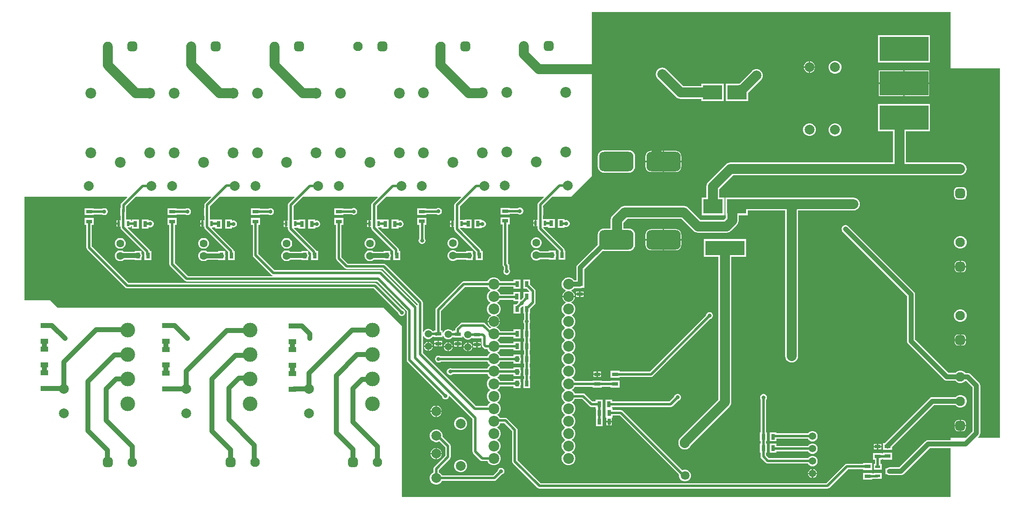
<source format=gbl>
G04*
G04 #@! TF.GenerationSoftware,Altium Limited,Altium Designer,22.10.1 (41)*
G04*
G04 Layer_Physical_Order=2*
G04 Layer_Color=16711680*
%FSLAX44Y44*%
%MOMM*%
G71*
G04*
G04 #@! TF.SameCoordinates,C9FDC906-5936-4CD8-A4FC-E9511144A6E8*
G04*
G04*
G04 #@! TF.FilePolarity,Positive*
G04*
G01*
G75*
%ADD11C,1.0000*%
%ADD12C,0.3000*%
%ADD16R,1.6000X1.0000*%
%ADD33C,2.0000*%
%ADD34C,0.5000*%
%ADD36C,2.0000*%
%ADD37C,1.8000*%
%ADD38R,10.0000X5.0000*%
%ADD40C,1.5000*%
%ADD41C,1.6000*%
%ADD42C,2.2000*%
%ADD43C,1.9500*%
G04:AMPARAMS|DCode=44|XSize=1.95mm|YSize=1.95mm|CornerRadius=0.4875mm|HoleSize=0mm|Usage=FLASHONLY|Rotation=90.000|XOffset=0mm|YOffset=0mm|HoleType=Round|Shape=RoundedRectangle|*
%AMROUNDEDRECTD44*
21,1,1.9500,0.9750,0,0,90.0*
21,1,0.9750,1.9500,0,0,90.0*
1,1,0.9750,0.4875,0.4875*
1,1,0.9750,0.4875,-0.4875*
1,1,0.9750,-0.4875,-0.4875*
1,1,0.9750,-0.4875,0.4875*
%
%ADD44ROUNDEDRECTD44*%
%ADD45C,3.0000*%
G04:AMPARAMS|DCode=46|XSize=1.95mm|YSize=1.95mm|CornerRadius=0.4875mm|HoleSize=0mm|Usage=FLASHONLY|Rotation=0.000|XOffset=0mm|YOffset=0mm|HoleType=Round|Shape=RoundedRectangle|*
%AMROUNDEDRECTD46*
21,1,1.9500,0.9750,0,0,0.0*
21,1,0.9750,1.9500,0,0,0.0*
1,1,0.9750,0.4875,-0.4875*
1,1,0.9750,-0.4875,-0.4875*
1,1,0.9750,-0.4875,0.4875*
1,1,0.9750,0.4875,0.4875*
%
%ADD46ROUNDEDRECTD46*%
%ADD48C,0.8000*%
%ADD49R,0.8000X1.2500*%
%ADD50R,1.0000X0.6000*%
%ADD51R,1.2500X0.8000*%
%ADD52R,0.6000X1.0000*%
G04:AMPARAMS|DCode=53|XSize=4mm|YSize=7mm|CornerRadius=1mm|HoleSize=0mm|Usage=FLASHONLY|Rotation=90.000|XOffset=0mm|YOffset=0mm|HoleType=Round|Shape=RoundedRectangle|*
%AMROUNDEDRECTD53*
21,1,4.0000,5.0000,0,0,90.0*
21,1,2.0000,7.0000,0,0,90.0*
1,1,2.0000,2.5000,1.0000*
1,1,2.0000,2.5000,-1.0000*
1,1,2.0000,-2.5000,-1.0000*
1,1,2.0000,-2.5000,1.0000*
%
%ADD53ROUNDEDRECTD53*%
%ADD54R,4.0000X3.0000*%
%ADD55R,8.0000X3.0000*%
G36*
X1895000Y880800D02*
X1995646D01*
Y125000D01*
X1951271D01*
X1950785Y126173D01*
X1953406Y128794D01*
X1954688Y130465D01*
X1955494Y132412D01*
X1955769Y134500D01*
Y231800D01*
X1955494Y233888D01*
X1954688Y235835D01*
X1953406Y237506D01*
X1935706Y255206D01*
X1934034Y256488D01*
X1932088Y257294D01*
X1930000Y257569D01*
X1925351D01*
X1925203Y257826D01*
X1922829Y260200D01*
X1919921Y261879D01*
X1916679Y262747D01*
X1913322D01*
X1910079Y261879D01*
X1907171Y260200D01*
X1905038Y258066D01*
X1890545D01*
X1822469Y326142D01*
Y418400D01*
X1822194Y420488D01*
X1821388Y422435D01*
X1820106Y424106D01*
X1686406Y557806D01*
X1684734Y559088D01*
X1682788Y559894D01*
X1680700Y560169D01*
X1678612Y559894D01*
X1676665Y559088D01*
X1674994Y557806D01*
X1673712Y556134D01*
X1672906Y554188D01*
X1672631Y552100D01*
X1672906Y550012D01*
X1673712Y548065D01*
X1674994Y546394D01*
X1806331Y415058D01*
Y322800D01*
X1806606Y320712D01*
X1807412Y318766D01*
X1808694Y317094D01*
X1881497Y244292D01*
X1883168Y243009D01*
X1885114Y242203D01*
X1887203Y241928D01*
X1905038D01*
X1907171Y239795D01*
X1910079Y238116D01*
X1913322Y237247D01*
X1916679D01*
X1919921Y238116D01*
X1922829Y239795D01*
X1924465Y241431D01*
X1926658D01*
X1939631Y228458D01*
Y137842D01*
X1926789Y125000D01*
X1895000D01*
Y120169D01*
X1849100D01*
X1847012Y119894D01*
X1845065Y119088D01*
X1843394Y117806D01*
X1790358Y64769D01*
X1770402D01*
X1768313Y64494D01*
X1766367Y63688D01*
X1765080Y62700D01*
X1762402D01*
Y57224D01*
X1762333Y56700D01*
X1762402Y56176D01*
Y50700D01*
X1765080D01*
X1766367Y49712D01*
X1768313Y48906D01*
X1770402Y48631D01*
X1793700D01*
X1795788Y48906D01*
X1797735Y49712D01*
X1799406Y50994D01*
X1852442Y104031D01*
X1895000D01*
Y4354D01*
X775100Y4354D01*
Y353700D01*
X738100Y390700D01*
X72100D01*
X56300Y406500D01*
X4354D01*
X4354Y618222D01*
X214032D01*
X214518Y617049D01*
X202535Y605065D01*
X201319Y603246D01*
X200892Y601100D01*
Y595100D01*
X200300D01*
Y579100D01*
X200692D01*
Y569600D01*
X198300D01*
Y563100D01*
Y556600D01*
X200692D01*
Y554900D01*
X201119Y552754D01*
X202335Y550935D01*
X249392Y503877D01*
Y499002D01*
X249500Y498460D01*
Y488252D01*
X263500D01*
Y506752D01*
X260498D01*
X260181Y508346D01*
X258965Y510165D01*
X215204Y553927D01*
X215690Y555100D01*
X221800D01*
Y557492D01*
X224000D01*
Y553152D01*
X238000D01*
Y571652D01*
X224000D01*
Y568708D01*
X221800D01*
Y571100D01*
X211908D01*
Y579100D01*
X212300D01*
Y595100D01*
X212108D01*
Y598777D01*
X231553Y618222D01*
X385132D01*
X385618Y617049D01*
X373235Y604665D01*
X372019Y602846D01*
X371592Y600700D01*
Y595100D01*
X371200D01*
Y579100D01*
X371592D01*
Y569600D01*
X369200D01*
Y563100D01*
Y556600D01*
X371592D01*
Y556000D01*
X372019Y553854D01*
X373235Y552035D01*
X420063Y505206D01*
Y488252D01*
X434063D01*
Y506752D01*
X431560D01*
Y507248D01*
X431133Y509394D01*
X429918Y511213D01*
X387204Y553927D01*
X387690Y555100D01*
X392700D01*
Y555100D01*
X393900Y554931D01*
Y553152D01*
X407900D01*
Y571652D01*
X393900D01*
Y571269D01*
X392700Y571100D01*
Y571100D01*
X382808D01*
Y579100D01*
X383200D01*
Y595100D01*
X382808D01*
Y598377D01*
X402653Y618222D01*
X555532D01*
X556018Y617049D01*
X544035Y605065D01*
X542819Y603246D01*
X542392Y601100D01*
Y594600D01*
X542000D01*
Y578600D01*
X542392D01*
Y569100D01*
X540000D01*
Y562600D01*
Y556100D01*
X542392D01*
Y552400D01*
X542819Y550254D01*
X544035Y548435D01*
X589792Y502677D01*
Y499002D01*
X589900Y498460D01*
Y488252D01*
X603900D01*
Y506752D01*
X600659D01*
X600581Y507146D01*
X599365Y508965D01*
X554904Y553427D01*
X555390Y554600D01*
X563500D01*
X563900Y553496D01*
Y553152D01*
X577900D01*
Y571652D01*
X563900D01*
X563500Y570600D01*
X553608D01*
Y578600D01*
X554000D01*
Y594600D01*
X553608D01*
Y598777D01*
X573053Y618222D01*
X725232D01*
X725718Y617049D01*
X714235Y605565D01*
X713019Y603746D01*
X712592Y601600D01*
Y595000D01*
X712200D01*
Y579000D01*
X712592D01*
Y569500D01*
X710200D01*
Y563000D01*
Y556500D01*
X712592D01*
Y554200D01*
X713019Y552054D01*
X714235Y550235D01*
X757492Y506977D01*
Y499002D01*
X757600Y498460D01*
Y488252D01*
X771600D01*
Y506752D01*
X768708D01*
Y509300D01*
X768281Y511446D01*
X767065Y513265D01*
X726504Y553827D01*
X726990Y555000D01*
X733700D01*
X733800Y553771D01*
Y553152D01*
X747800D01*
Y571652D01*
X733800D01*
X733700Y571000D01*
X723808D01*
Y579000D01*
X724200D01*
Y595000D01*
X723808D01*
Y599277D01*
X742753Y618222D01*
X895397D01*
X895883Y617049D01*
X883599Y604765D01*
X882383Y602946D01*
X881957Y600800D01*
Y594600D01*
X881564D01*
Y578600D01*
X881957D01*
Y569100D01*
X879564D01*
Y562600D01*
Y556100D01*
X881957D01*
Y551500D01*
X882383Y549354D01*
X883599Y547535D01*
X925944Y505190D01*
Y488352D01*
X939944D01*
Y506852D01*
X937383D01*
Y507289D01*
X936956Y509435D01*
X935741Y511254D01*
X893665Y553330D01*
X894191Y554600D01*
X903064D01*
X903264Y553413D01*
Y553252D01*
X917264D01*
Y571752D01*
X903264D01*
X903064Y570600D01*
X893172D01*
Y578600D01*
X893564D01*
Y594600D01*
X893172D01*
Y598477D01*
X912917Y618222D01*
X1064232D01*
X1064718Y617049D01*
X1053535Y605865D01*
X1052319Y604046D01*
X1051892Y601900D01*
Y596000D01*
X1051500D01*
Y580000D01*
X1051892D01*
Y570500D01*
X1049500D01*
Y564000D01*
Y557500D01*
X1051892D01*
Y552900D01*
X1052319Y550754D01*
X1053535Y548935D01*
X1094800Y507669D01*
Y489252D01*
X1108800D01*
Y507752D01*
X1107029D01*
Y508979D01*
X1106602Y511125D01*
X1105386Y512944D01*
X1063600Y554730D01*
X1064127Y556000D01*
X1073000D01*
X1073200Y554813D01*
Y554152D01*
X1087200D01*
Y572652D01*
X1073200D01*
X1073000Y572000D01*
X1063108D01*
Y580000D01*
X1063500D01*
Y596000D01*
X1063108D01*
Y599577D01*
X1081753Y618222D01*
X1120722D01*
X1162600Y660100D01*
Y995646D01*
X1895000Y995646D01*
Y880800D01*
D02*
G37*
%LPC*%
G36*
X1853000Y948000D02*
X1747000D01*
Y892000D01*
X1853000D01*
Y948000D01*
D02*
G37*
G36*
X1608514Y894500D02*
X1608500D01*
Y884500D01*
X1618500D01*
Y884514D01*
X1617716Y887439D01*
X1616202Y890061D01*
X1614061Y892202D01*
X1611439Y893716D01*
X1608514Y894500D01*
D02*
G37*
G36*
X1605500D02*
X1605486D01*
X1602561Y893716D01*
X1599939Y892202D01*
X1597798Y890061D01*
X1596284Y887439D01*
X1595500Y884514D01*
Y884500D01*
X1605500D01*
Y894500D01*
D02*
G37*
G36*
X1618500Y881500D02*
X1608500D01*
Y871500D01*
X1608514D01*
X1611439Y872284D01*
X1614061Y873798D01*
X1616202Y875939D01*
X1617716Y878561D01*
X1618500Y881486D01*
Y881500D01*
D02*
G37*
G36*
X1605500D02*
X1595500D01*
Y881486D01*
X1596284Y878561D01*
X1597798Y875939D01*
X1599939Y873798D01*
X1602561Y872284D01*
X1605486Y871500D01*
X1605500D01*
Y881500D01*
D02*
G37*
G36*
X1661012Y895700D02*
X1657589D01*
X1654282Y894814D01*
X1651318Y893103D01*
X1648897Y890682D01*
X1647186Y887718D01*
X1646300Y884411D01*
Y880988D01*
X1647186Y877682D01*
X1648897Y874718D01*
X1651318Y872297D01*
X1654282Y870586D01*
X1657589Y869700D01*
X1661012D01*
X1664318Y870586D01*
X1667282Y872297D01*
X1669703Y874718D01*
X1671414Y877682D01*
X1672300Y880988D01*
Y884411D01*
X1671414Y887718D01*
X1669703Y890682D01*
X1667282Y893103D01*
X1664318Y894814D01*
X1661012Y895700D01*
D02*
G37*
G36*
X1851500Y876500D02*
X1801500D01*
Y851500D01*
X1851500D01*
Y876500D01*
D02*
G37*
G36*
X1798500D02*
X1748500D01*
Y851500D01*
X1798500D01*
Y876500D01*
D02*
G37*
G36*
X1851500Y848500D02*
X1801500D01*
Y823500D01*
X1851500D01*
Y848500D01*
D02*
G37*
G36*
X1798500D02*
X1748500D01*
Y823500D01*
X1798500D01*
Y848500D01*
D02*
G37*
G36*
X1498800Y878912D02*
X1497948Y878800D01*
X1497088D01*
X1496258Y878577D01*
X1495406Y878465D01*
X1494612Y878137D01*
X1493782Y877914D01*
X1493038Y877484D01*
X1492244Y877156D01*
X1491562Y876632D01*
X1490818Y876203D01*
X1490210Y875595D01*
X1489528Y875072D01*
X1489198Y874642D01*
X1463803Y849247D01*
X1463448Y849200D01*
X1436300D01*
Y813200D01*
X1482300D01*
Y830657D01*
X1508072Y856428D01*
X1508072Y856428D01*
X1508925Y857540D01*
X1509203Y857818D01*
X1509399Y858158D01*
X1510155Y859144D01*
X1510631Y860292D01*
X1510914Y860782D01*
X1511061Y861329D01*
X1511465Y862306D01*
X1511604Y863355D01*
X1511800Y864089D01*
Y864848D01*
X1511912Y865700D01*
X1511912Y865700D01*
Y865800D01*
X1511800Y866652D01*
Y867512D01*
X1511577Y868342D01*
X1511465Y869194D01*
X1511136Y869988D01*
X1510914Y870818D01*
X1510484Y871562D01*
X1510155Y872356D01*
X1509632Y873038D01*
X1509203Y873782D01*
X1508595Y874390D01*
X1508072Y875072D01*
X1507390Y875595D01*
X1506782Y876203D01*
X1506038Y876632D01*
X1505356Y877156D01*
X1504562Y877484D01*
X1503818Y877914D01*
X1502988Y878137D01*
X1502194Y878465D01*
X1501342Y878577D01*
X1500511Y878800D01*
X1499652D01*
X1498800Y878912D01*
D02*
G37*
G36*
X1306400Y882012D02*
X1305548Y881900D01*
X1304689D01*
X1303858Y881678D01*
X1303006Y881565D01*
X1302212Y881236D01*
X1301382Y881014D01*
X1300638Y880584D01*
X1299844Y880255D01*
X1299162Y879732D01*
X1298418Y879303D01*
X1297810Y878695D01*
X1297128Y878172D01*
X1296605Y877490D01*
X1295997Y876882D01*
X1295568Y876138D01*
X1295045Y875456D01*
X1294716Y874662D01*
X1294286Y873918D01*
X1294064Y873088D01*
X1293735Y872294D01*
X1293622Y871442D01*
X1293400Y870611D01*
Y869752D01*
X1293288Y868900D01*
X1293400Y868048D01*
Y867188D01*
X1293622Y866358D01*
X1293735Y865506D01*
X1294064Y864712D01*
X1294286Y863882D01*
X1294716Y863138D01*
X1295045Y862344D01*
X1295568Y861662D01*
X1295997Y860918D01*
X1296605Y860310D01*
X1297128Y859628D01*
X1334828Y821928D01*
X1334828Y821928D01*
X1337544Y819845D01*
X1340706Y818535D01*
X1344100Y818088D01*
X1386300D01*
Y813200D01*
X1432300D01*
Y849200D01*
X1386300D01*
Y844312D01*
X1349531D01*
X1315672Y878172D01*
X1314990Y878695D01*
X1314382Y879303D01*
X1313638Y879732D01*
X1312956Y880255D01*
X1312162Y880584D01*
X1311418Y881014D01*
X1310588Y881236D01*
X1309794Y881565D01*
X1308941Y881678D01*
X1308112Y881900D01*
X1307252D01*
X1306400Y882012D01*
D02*
G37*
G36*
X1608712Y768000D02*
X1605289D01*
X1601982Y767114D01*
X1599018Y765403D01*
X1596597Y762982D01*
X1594886Y760018D01*
X1594000Y756712D01*
Y753288D01*
X1594886Y749982D01*
X1596597Y747018D01*
X1599018Y744597D01*
X1601982Y742886D01*
X1605289Y742000D01*
X1608712D01*
X1612018Y742886D01*
X1614982Y744597D01*
X1617403Y747018D01*
X1619114Y749982D01*
X1620000Y753288D01*
Y756712D01*
X1619114Y760018D01*
X1617403Y762982D01*
X1614982Y765403D01*
X1612018Y767114D01*
X1608712Y768000D01*
D02*
G37*
G36*
X1661012Y767700D02*
X1657589D01*
X1654282Y766814D01*
X1651318Y765103D01*
X1648897Y762682D01*
X1647186Y759718D01*
X1646300Y756412D01*
Y752989D01*
X1647186Y749682D01*
X1648897Y746718D01*
X1651318Y744297D01*
X1654282Y742586D01*
X1657589Y741700D01*
X1661012D01*
X1664318Y742586D01*
X1667282Y744297D01*
X1669703Y746718D01*
X1671414Y749682D01*
X1672300Y752989D01*
Y756412D01*
X1671414Y759718D01*
X1669703Y762682D01*
X1667282Y765103D01*
X1664318Y766814D01*
X1661012Y767700D01*
D02*
G37*
G36*
X1333942Y711599D02*
X1310442D01*
Y691500D01*
X1345541D01*
Y700000D01*
X1345146Y703002D01*
X1343987Y705800D01*
X1342144Y708202D01*
X1339741Y710045D01*
X1336944Y711204D01*
X1333942Y711599D01*
D02*
G37*
G36*
X1307442D02*
X1283942D01*
X1280940Y711204D01*
X1278142Y710045D01*
X1275740Y708202D01*
X1273896Y705800D01*
X1272738Y703002D01*
X1272343Y700000D01*
Y691500D01*
X1307442D01*
Y711599D01*
D02*
G37*
G36*
X1853000Y808000D02*
X1747000D01*
Y752000D01*
X1777688D01*
Y688110D01*
X1445798D01*
X1445797Y688110D01*
X1442404Y687663D01*
X1439241Y686353D01*
X1436526Y684269D01*
X1436526Y684269D01*
X1400428Y648172D01*
X1398345Y645456D01*
X1397035Y642294D01*
X1396588Y638900D01*
X1396588Y638900D01*
Y616200D01*
X1387300D01*
Y580200D01*
X1433300D01*
Y616200D01*
X1422812D01*
Y633469D01*
X1451229Y661885D01*
X1915000D01*
X1918394Y662332D01*
X1921556Y663642D01*
X1924272Y665726D01*
X1926356Y668441D01*
X1927666Y671604D01*
X1928112Y674997D01*
X1927666Y678391D01*
X1926356Y681554D01*
X1924272Y684269D01*
X1921556Y686353D01*
X1918394Y687663D01*
X1915000Y688110D01*
X1803912D01*
Y752000D01*
X1853000D01*
Y808000D01*
D02*
G37*
G36*
X1345541Y688500D02*
X1310442D01*
Y668401D01*
X1333942D01*
X1336944Y668796D01*
X1339741Y669955D01*
X1342144Y671798D01*
X1343987Y674200D01*
X1345146Y676998D01*
X1345541Y680000D01*
Y688500D01*
D02*
G37*
G36*
X1307442D02*
X1272343D01*
Y680000D01*
X1272738Y676998D01*
X1273896Y674200D01*
X1275740Y671798D01*
X1278142Y669955D01*
X1280940Y668796D01*
X1283942Y668401D01*
X1307442D01*
Y688500D01*
D02*
G37*
G36*
X1237942Y713112D02*
X1187942D01*
X1184548Y712665D01*
X1181386Y711355D01*
X1178670Y709272D01*
X1176586Y706556D01*
X1175276Y703394D01*
X1174829Y700000D01*
Y680000D01*
X1175276Y676606D01*
X1176586Y673444D01*
X1178670Y670728D01*
X1181386Y668644D01*
X1184548Y667335D01*
X1187942Y666888D01*
X1237942D01*
X1241335Y667335D01*
X1244498Y668644D01*
X1247213Y670728D01*
X1249297Y673444D01*
X1250607Y676606D01*
X1251054Y680000D01*
Y700000D01*
X1250607Y703394D01*
X1249297Y706556D01*
X1247213Y709272D01*
X1244498Y711355D01*
X1241335Y712665D01*
X1237942Y713112D01*
D02*
G37*
G36*
X1919875Y637816D02*
X1910125D01*
X1908069Y637545D01*
X1906154Y636751D01*
X1904509Y635489D01*
X1903246Y633844D01*
X1902453Y631928D01*
X1902182Y629873D01*
Y620123D01*
X1902453Y618067D01*
X1903246Y616151D01*
X1904509Y614506D01*
X1906154Y613244D01*
X1908069Y612450D01*
X1910125Y612180D01*
X1919875D01*
X1921931Y612450D01*
X1923846Y613244D01*
X1925492Y614506D01*
X1926754Y616151D01*
X1927547Y618067D01*
X1927818Y620123D01*
Y629873D01*
X1927547Y631928D01*
X1926754Y633844D01*
X1925492Y635489D01*
X1923846Y636751D01*
X1921931Y637545D01*
X1919875Y637816D01*
D02*
G37*
G36*
X1016722Y595700D02*
X1014878D01*
X1013098Y595223D01*
X1011502Y594301D01*
X1011408Y594208D01*
X994952D01*
Y595500D01*
X976452D01*
Y581500D01*
X994952D01*
Y582992D01*
X1011686D01*
X1013098Y582177D01*
X1014878Y581700D01*
X1016722D01*
X1018502Y582177D01*
X1020098Y583099D01*
X1021401Y584402D01*
X1022323Y585998D01*
X1022800Y587778D01*
Y589622D01*
X1022323Y591402D01*
X1021401Y592998D01*
X1020098Y594301D01*
X1018502Y595223D01*
X1016722Y595700D01*
D02*
G37*
G36*
X850586Y595000D02*
X848743D01*
X846962Y594523D01*
X845366Y593601D01*
X845173Y593408D01*
X825216D01*
Y594600D01*
X806716D01*
Y580600D01*
X825216D01*
Y582192D01*
X845724D01*
X846962Y581477D01*
X848743Y581000D01*
X850586D01*
X852366Y581477D01*
X853962Y582399D01*
X855266Y583702D01*
X856187Y585298D01*
X856664Y587078D01*
Y588922D01*
X856187Y590702D01*
X855266Y592298D01*
X853962Y593601D01*
X852366Y594523D01*
X850586Y595000D01*
D02*
G37*
G36*
X677822Y594700D02*
X675978D01*
X674198Y594223D01*
X672602Y593301D01*
X672508Y593208D01*
X655252D01*
Y594500D01*
X636752D01*
Y580500D01*
X655252D01*
Y581992D01*
X672786D01*
X674198Y581177D01*
X675978Y580700D01*
X677822D01*
X679602Y581177D01*
X681198Y582099D01*
X682501Y583402D01*
X683423Y584998D01*
X683900Y586778D01*
Y588622D01*
X683423Y590402D01*
X682501Y591998D01*
X681198Y593301D01*
X679602Y594223D01*
X677822Y594700D01*
D02*
G37*
G36*
X507522Y594500D02*
X505678D01*
X503898Y594023D01*
X502313Y593108D01*
X485652D01*
Y594500D01*
X467152D01*
Y580500D01*
X485652D01*
Y581892D01*
X502313D01*
X503898Y580977D01*
X505678Y580500D01*
X507522D01*
X509302Y580977D01*
X510898Y581899D01*
X512201Y583202D01*
X513123Y584798D01*
X513600Y586578D01*
Y588422D01*
X513123Y590202D01*
X512201Y591798D01*
X510898Y593101D01*
X509302Y594023D01*
X507522Y594500D01*
D02*
G37*
G36*
X338222D02*
X336378D01*
X334598Y594023D01*
X333013Y593108D01*
X315252D01*
Y594500D01*
X296752D01*
Y580500D01*
X315252D01*
Y581892D01*
X333013D01*
X334598Y580977D01*
X336378Y580500D01*
X338222D01*
X340002Y580977D01*
X341598Y581899D01*
X342901Y583202D01*
X343823Y584798D01*
X344300Y586578D01*
Y588422D01*
X343823Y590202D01*
X342901Y591798D01*
X341598Y593101D01*
X340002Y594023D01*
X338222Y594500D01*
D02*
G37*
G36*
X168422D02*
X166578D01*
X164798Y594023D01*
X163213Y593108D01*
X145652D01*
Y594500D01*
X127152D01*
Y580500D01*
X145652D01*
Y581892D01*
X163213D01*
X164798Y580977D01*
X166578Y580500D01*
X168422D01*
X170202Y580977D01*
X171798Y581899D01*
X173101Y583202D01*
X174023Y584798D01*
X174500Y586578D01*
Y588422D01*
X174023Y590202D01*
X173101Y591798D01*
X171798Y593101D01*
X170202Y594023D01*
X168422Y594500D01*
D02*
G37*
G36*
X1481300Y616200D02*
X1435300D01*
Y580200D01*
X1436246D01*
Y574547D01*
X1432211Y570512D01*
X1384831D01*
X1360072Y595272D01*
X1357356Y597355D01*
X1354194Y598665D01*
X1350800Y599112D01*
X1350800Y599112D01*
X1229900D01*
X1229900Y599112D01*
X1226506Y598665D01*
X1223344Y597355D01*
X1220628Y595272D01*
X1204828Y579472D01*
X1202745Y576756D01*
X1201435Y573594D01*
X1200988Y570200D01*
X1200988Y570200D01*
Y553112D01*
X1187942D01*
X1184548Y552665D01*
X1181386Y551356D01*
X1178670Y549272D01*
X1176586Y546556D01*
X1175276Y543394D01*
X1174829Y540000D01*
Y520000D01*
X1174830Y519993D01*
X1133743Y478905D01*
X1132460Y477234D01*
X1131654Y475288D01*
X1131379Y473199D01*
Y447274D01*
X1126707D01*
X1126403Y447801D01*
X1123796Y450408D01*
X1120604Y452251D01*
X1117043Y453205D01*
X1113357D01*
X1109796Y452251D01*
X1106604Y450408D01*
X1103997Y447801D01*
X1102154Y444609D01*
X1101200Y441048D01*
Y437362D01*
X1102154Y433801D01*
X1103997Y430609D01*
X1106604Y428002D01*
X1109466Y426350D01*
X1109612Y425317D01*
X1109525Y424917D01*
X1107525Y423763D01*
X1105198Y421435D01*
X1103552Y418585D01*
X1102700Y415406D01*
Y415260D01*
X1115200D01*
X1127700D01*
Y415406D01*
X1126848Y418585D01*
X1125202Y421435D01*
X1122875Y423763D01*
X1120875Y424917D01*
X1120788Y425317D01*
X1120934Y426350D01*
X1123796Y428002D01*
X1126403Y430609D01*
X1126707Y431136D01*
X1136037D01*
X1136110Y431106D01*
X1138198Y430831D01*
X1140287Y431106D01*
X1142204Y431900D01*
X1147448D01*
Y439376D01*
X1147517Y439900D01*
Y469857D01*
X1184943Y507283D01*
X1187942Y506888D01*
X1237942D01*
X1241335Y507335D01*
X1244498Y508645D01*
X1247213Y510728D01*
X1249297Y513444D01*
X1250607Y516606D01*
X1251054Y520000D01*
Y540000D01*
X1250607Y543394D01*
X1249297Y546556D01*
X1247213Y549272D01*
X1244498Y551356D01*
X1241335Y552665D01*
X1237942Y553112D01*
X1227212D01*
Y564769D01*
X1235331Y572888D01*
X1345369D01*
X1370128Y548128D01*
X1372844Y546045D01*
X1376006Y544735D01*
X1379400Y544288D01*
X1379400Y544288D01*
X1437642D01*
X1437642Y544288D01*
X1441036Y544735D01*
X1444198Y546045D01*
X1446914Y548128D01*
X1458630Y559844D01*
X1460713Y562560D01*
X1462023Y565722D01*
X1462470Y569116D01*
X1462470Y569116D01*
Y580200D01*
X1481300D01*
Y589788D01*
X1557588D01*
Y292000D01*
X1558035Y288606D01*
X1559344Y285444D01*
X1561428Y282728D01*
X1564144Y280644D01*
X1567306Y279335D01*
X1570700Y278888D01*
X1574094Y279335D01*
X1577256Y280644D01*
X1579972Y282728D01*
X1582056Y285444D01*
X1583365Y288606D01*
X1583812Y292000D01*
Y589788D01*
X1696700D01*
X1700094Y590235D01*
X1703256Y591544D01*
X1705972Y593628D01*
X1708056Y596344D01*
X1709365Y599506D01*
X1709812Y602900D01*
X1709365Y606294D01*
X1708056Y609456D01*
X1705972Y612172D01*
X1703256Y614255D01*
X1700094Y615565D01*
X1696700Y616012D01*
X1578300D01*
X1578300Y616012D01*
X1578300Y616012D01*
X1481300D01*
Y616200D01*
D02*
G37*
G36*
X1046500Y570500D02*
X1043500D01*
Y565500D01*
X1046500D01*
Y570500D01*
D02*
G37*
G36*
X366200Y569600D02*
X363200D01*
Y564600D01*
X366200D01*
Y569600D01*
D02*
G37*
G36*
X195300D02*
X192300D01*
Y564600D01*
X195300D01*
Y569600D01*
D02*
G37*
G36*
X707200Y569500D02*
X704200D01*
Y564500D01*
X707200D01*
Y569500D01*
D02*
G37*
G36*
X876564Y569100D02*
X873564D01*
Y564100D01*
X876564D01*
Y569100D01*
D02*
G37*
G36*
X537000D02*
X534000D01*
Y564100D01*
X537000D01*
Y569100D01*
D02*
G37*
G36*
X1046500Y562500D02*
X1043500D01*
Y557500D01*
X1046500D01*
Y562500D01*
D02*
G37*
G36*
X366200Y561600D02*
X363200D01*
Y556600D01*
X366200D01*
Y561600D01*
D02*
G37*
G36*
X195300D02*
X192300D01*
Y556600D01*
X195300D01*
Y561600D01*
D02*
G37*
G36*
X707200Y561500D02*
X704200D01*
Y556500D01*
X707200D01*
Y561500D01*
D02*
G37*
G36*
X1107200Y572652D02*
X1093200D01*
Y554152D01*
X1107200D01*
Y555734D01*
X1108470Y556524D01*
X1109678Y556200D01*
X1111522D01*
X1113302Y556677D01*
X1114898Y557599D01*
X1116201Y558902D01*
X1117123Y560498D01*
X1117600Y562278D01*
Y564122D01*
X1117123Y565902D01*
X1116201Y567498D01*
X1114898Y568801D01*
X1113302Y569723D01*
X1111522Y570200D01*
X1109678D01*
X1108470Y569876D01*
X1107200Y570666D01*
Y572652D01*
D02*
G37*
G36*
X876564Y561100D02*
X873564D01*
Y556100D01*
X876564D01*
Y561100D01*
D02*
G37*
G36*
X537000D02*
X534000D01*
Y556100D01*
X537000D01*
Y561100D01*
D02*
G37*
G36*
X258000Y571652D02*
X244000D01*
Y553152D01*
X258000D01*
Y555134D01*
X259270Y555924D01*
X260478Y555600D01*
X262322D01*
X264102Y556077D01*
X265698Y556999D01*
X267001Y558302D01*
X267923Y559898D01*
X268400Y561678D01*
Y563522D01*
X267923Y565302D01*
X267001Y566898D01*
X265698Y568201D01*
X264102Y569123D01*
X262322Y569600D01*
X260478D01*
X259270Y569276D01*
X258000Y570066D01*
Y571652D01*
D02*
G37*
G36*
X767800D02*
X753800D01*
Y553152D01*
X767800D01*
Y554934D01*
X769070Y555724D01*
X770278Y555400D01*
X772122D01*
X773902Y555877D01*
X775498Y556799D01*
X776801Y558102D01*
X777723Y559698D01*
X778200Y561478D01*
Y563322D01*
X777723Y565102D01*
X776801Y566698D01*
X775498Y568001D01*
X773902Y568923D01*
X772122Y569400D01*
X770278D01*
X769070Y569076D01*
X767800Y569866D01*
Y571652D01*
D02*
G37*
G36*
X937264Y571752D02*
X923264D01*
Y553252D01*
X937264D01*
Y554626D01*
X938272Y555399D01*
X938643Y555300D01*
X940486D01*
X942266Y555777D01*
X943862Y556699D01*
X945166Y558002D01*
X946087Y559598D01*
X946564Y561378D01*
Y563222D01*
X946087Y565002D01*
X945166Y566598D01*
X943862Y567901D01*
X942266Y568823D01*
X940486Y569300D01*
X938643D01*
X938272Y569201D01*
X937264Y569974D01*
Y571752D01*
D02*
G37*
G36*
X597900Y571652D02*
X583900D01*
Y553152D01*
X597900D01*
Y554604D01*
X599170Y555543D01*
X600078Y555300D01*
X601922D01*
X603702Y555777D01*
X605298Y556699D01*
X606601Y558002D01*
X607523Y559598D01*
X608000Y561378D01*
Y563222D01*
X607523Y565002D01*
X606601Y566598D01*
X605298Y567901D01*
X603702Y568823D01*
X601922Y569300D01*
X600078D01*
X599170Y569057D01*
X597900Y569996D01*
Y571652D01*
D02*
G37*
G36*
X427900D02*
X413900D01*
Y553152D01*
X427900D01*
Y554911D01*
X429170Y555651D01*
X430478Y555300D01*
X432322D01*
X434102Y555777D01*
X435698Y556699D01*
X437001Y558002D01*
X437923Y559598D01*
X438400Y561378D01*
Y563222D01*
X437923Y565002D01*
X437001Y566598D01*
X435698Y567901D01*
X434102Y568823D01*
X432322Y569300D01*
X430478D01*
X429170Y568949D01*
X427900Y569689D01*
Y571652D01*
D02*
G37*
G36*
X1333942Y551599D02*
X1310442D01*
Y531500D01*
X1345541D01*
Y540000D01*
X1345146Y543002D01*
X1343987Y545800D01*
X1342144Y548202D01*
X1339741Y550045D01*
X1336944Y551204D01*
X1333942Y551599D01*
D02*
G37*
G36*
X1307442D02*
X1283942D01*
X1280940Y551204D01*
X1278142Y550045D01*
X1275740Y548202D01*
X1273896Y545800D01*
X1272738Y543002D01*
X1272343Y540000D01*
Y531500D01*
X1307442D01*
Y551599D01*
D02*
G37*
G36*
X825216Y574600D02*
X806716D01*
Y560600D01*
X810458D01*
Y532571D01*
X809643Y531159D01*
X809166Y529378D01*
Y527535D01*
X809643Y525755D01*
X810565Y524159D01*
X811868Y522855D01*
X813464Y521934D01*
X815244Y521457D01*
X817087D01*
X818868Y521934D01*
X820464Y522855D01*
X821767Y524159D01*
X822689Y525755D01*
X823166Y527535D01*
Y529378D01*
X822689Y531159D01*
X821767Y532755D01*
X821674Y532849D01*
Y560600D01*
X825216D01*
Y574600D01*
D02*
G37*
G36*
X1050748Y534700D02*
X1047852D01*
X1045054Y533950D01*
X1042546Y532502D01*
X1040498Y530454D01*
X1039050Y527946D01*
X1038300Y525148D01*
Y522252D01*
X1039050Y519454D01*
X1040498Y516946D01*
X1042546Y514898D01*
X1045054Y513450D01*
X1047852Y512700D01*
X1050748D01*
X1053546Y513450D01*
X1056054Y514898D01*
X1058102Y516946D01*
X1059550Y519454D01*
X1060300Y522252D01*
Y525148D01*
X1059550Y527946D01*
X1058102Y530454D01*
X1056054Y532502D01*
X1053546Y533950D01*
X1050748Y534700D01*
D02*
G37*
G36*
X1916679Y537747D02*
X1913322D01*
X1910079Y536879D01*
X1907171Y535200D01*
X1904798Y532826D01*
X1903119Y529919D01*
X1902250Y526676D01*
Y523319D01*
X1903119Y520076D01*
X1904798Y517169D01*
X1907171Y514795D01*
X1910079Y513116D01*
X1913322Y512248D01*
X1916679D01*
X1919921Y513116D01*
X1922829Y514795D01*
X1925203Y517169D01*
X1926881Y520076D01*
X1927750Y523319D01*
Y526676D01*
X1926881Y529919D01*
X1925203Y532826D01*
X1922829Y535200D01*
X1919921Y536879D01*
X1916679Y537747D01*
D02*
G37*
G36*
X880713Y533800D02*
X877816D01*
X875018Y533050D01*
X872510Y531602D01*
X870462Y529554D01*
X869014Y527046D01*
X868264Y524248D01*
Y521352D01*
X869014Y518554D01*
X870462Y516046D01*
X872510Y513998D01*
X875018Y512550D01*
X877816Y511800D01*
X880713D01*
X883510Y512550D01*
X886019Y513998D01*
X888066Y516046D01*
X889515Y518554D01*
X890264Y521352D01*
Y524248D01*
X889515Y527046D01*
X888066Y529554D01*
X886019Y531602D01*
X883510Y533050D01*
X880713Y533800D01*
D02*
G37*
G36*
X711448Y533700D02*
X708552D01*
X705754Y532950D01*
X703246Y531502D01*
X701198Y529454D01*
X699750Y526946D01*
X699000Y524148D01*
Y521252D01*
X699750Y518454D01*
X701198Y515946D01*
X703246Y513898D01*
X705754Y512450D01*
X708552Y511700D01*
X711448D01*
X714246Y512450D01*
X716754Y513898D01*
X718802Y515946D01*
X720250Y518454D01*
X721000Y521252D01*
Y524148D01*
X720250Y526946D01*
X718802Y529454D01*
X716754Y531502D01*
X714246Y532950D01*
X711448Y533700D01*
D02*
G37*
G36*
X541448D02*
X538552D01*
X535754Y532950D01*
X533246Y531502D01*
X531198Y529454D01*
X529750Y526946D01*
X529000Y524148D01*
Y521252D01*
X529750Y518454D01*
X531198Y515946D01*
X533246Y513898D01*
X535754Y512450D01*
X538552Y511700D01*
X541448D01*
X544246Y512450D01*
X546754Y513898D01*
X548802Y515946D01*
X550250Y518454D01*
X551000Y521252D01*
Y524148D01*
X550250Y526946D01*
X548802Y529454D01*
X546754Y531502D01*
X544246Y532950D01*
X541448Y533700D01*
D02*
G37*
G36*
X371448D02*
X368552D01*
X365754Y532950D01*
X363246Y531502D01*
X361198Y529454D01*
X359750Y526946D01*
X359000Y524148D01*
Y521252D01*
X359750Y518454D01*
X361198Y515946D01*
X363246Y513898D01*
X365754Y512450D01*
X368552Y511700D01*
X371448D01*
X374246Y512450D01*
X376754Y513898D01*
X378802Y515946D01*
X380250Y518454D01*
X381000Y521252D01*
Y524148D01*
X380250Y526946D01*
X378802Y529454D01*
X376754Y531502D01*
X374246Y532950D01*
X371448Y533700D01*
D02*
G37*
G36*
X201448D02*
X198552D01*
X195754Y532950D01*
X193246Y531502D01*
X191198Y529454D01*
X189750Y526946D01*
X189000Y524148D01*
Y521252D01*
X189750Y518454D01*
X191198Y515946D01*
X193246Y513898D01*
X195754Y512450D01*
X198552Y511700D01*
X201448D01*
X204246Y512450D01*
X206754Y513898D01*
X208802Y515946D01*
X210250Y518454D01*
X211000Y521252D01*
Y524148D01*
X210250Y526946D01*
X208802Y529454D01*
X206754Y531502D01*
X204246Y532950D01*
X201448Y533700D01*
D02*
G37*
G36*
X1345541Y528500D02*
X1310442D01*
Y508401D01*
X1333942D01*
X1336944Y508796D01*
X1339741Y509955D01*
X1342144Y511798D01*
X1343987Y514200D01*
X1345146Y516998D01*
X1345541Y520000D01*
Y528500D01*
D02*
G37*
G36*
X1307442D02*
X1272343D01*
Y520000D01*
X1272738Y516998D01*
X1273896Y514200D01*
X1275740Y511798D01*
X1278142Y509955D01*
X1280940Y508796D01*
X1283942Y508401D01*
X1307442D01*
Y528500D01*
D02*
G37*
G36*
X1050748Y509300D02*
X1047852D01*
X1045054Y508550D01*
X1042546Y507102D01*
X1040498Y505054D01*
X1039050Y502546D01*
X1038300Y499748D01*
Y496852D01*
X1039050Y494054D01*
X1040498Y491546D01*
X1042546Y489498D01*
X1045054Y488050D01*
X1047852Y487300D01*
X1050748D01*
X1053546Y488050D01*
X1056054Y489498D01*
X1056888Y490332D01*
X1074800D01*
Y489252D01*
X1088800D01*
Y494496D01*
X1089594Y496413D01*
X1089869Y498502D01*
X1089594Y500590D01*
X1088800Y502507D01*
Y507752D01*
X1074800D01*
Y506470D01*
X1056686D01*
X1056054Y507102D01*
X1053546Y508550D01*
X1050748Y509300D01*
D02*
G37*
G36*
X880713Y508400D02*
X877816D01*
X875018Y507650D01*
X872510Y506202D01*
X870462Y504154D01*
X869014Y501646D01*
X868264Y498848D01*
Y495952D01*
X869014Y493154D01*
X870462Y490646D01*
X872510Y488598D01*
X875018Y487150D01*
X877816Y486400D01*
X880713D01*
X883510Y487150D01*
X886019Y488598D01*
X886852Y489432D01*
X905944D01*
Y488352D01*
X919944D01*
Y493739D01*
X920638Y495412D01*
X920913Y497501D01*
X920638Y499589D01*
X919944Y501263D01*
Y506852D01*
X905944D01*
Y505570D01*
X886651D01*
X886019Y506202D01*
X883510Y507650D01*
X880713Y508400D01*
D02*
G37*
G36*
X711448Y508300D02*
X708552D01*
X705754Y507550D01*
X703246Y506102D01*
X701198Y504054D01*
X699750Y501546D01*
X699000Y498748D01*
Y495852D01*
X699750Y493054D01*
X701198Y490546D01*
X703246Y488498D01*
X705754Y487050D01*
X708552Y486300D01*
X711448D01*
X714246Y487050D01*
X716754Y488498D01*
X717588Y489332D01*
X737600D01*
Y488252D01*
X751600D01*
Y493496D01*
X752394Y495413D01*
X752669Y497502D01*
X752394Y499590D01*
X751600Y501507D01*
Y506752D01*
X737600D01*
Y505470D01*
X717386D01*
X716754Y506102D01*
X714246Y507550D01*
X711448Y508300D01*
D02*
G37*
G36*
X541448D02*
X538552D01*
X535754Y507550D01*
X533246Y506102D01*
X531198Y504054D01*
X529750Y501546D01*
X529000Y498748D01*
Y495852D01*
X529750Y493054D01*
X531198Y490546D01*
X533246Y488498D01*
X535754Y487050D01*
X538552Y486300D01*
X541448D01*
X544246Y487050D01*
X546754Y488498D01*
X547588Y489332D01*
X569900D01*
Y488252D01*
X583900D01*
Y493496D01*
X584694Y495413D01*
X584969Y497502D01*
X584694Y499590D01*
X583900Y501507D01*
Y506752D01*
X569900D01*
Y505470D01*
X547387D01*
X546754Y506102D01*
X544246Y507550D01*
X541448Y508300D01*
D02*
G37*
G36*
X371448D02*
X368552D01*
X365754Y507550D01*
X363246Y506102D01*
X361198Y504054D01*
X359750Y501546D01*
X359000Y498748D01*
Y495852D01*
X359750Y493054D01*
X361198Y490546D01*
X363246Y488498D01*
X365754Y487050D01*
X368552Y486300D01*
X371448D01*
X374246Y487050D01*
X376754Y488498D01*
X377487Y489231D01*
X400063D01*
Y488252D01*
X414063D01*
Y493781D01*
X414656Y495212D01*
X414931Y497300D01*
X414656Y499388D01*
X414063Y500819D01*
Y506752D01*
X400063D01*
Y505369D01*
X377487D01*
X376754Y506102D01*
X374246Y507550D01*
X371448Y508300D01*
D02*
G37*
G36*
X201448D02*
X198552D01*
X195754Y507550D01*
X193246Y506102D01*
X191198Y504054D01*
X189750Y501546D01*
X189000Y498748D01*
Y495852D01*
X189750Y493054D01*
X191198Y490546D01*
X193246Y488498D01*
X195754Y487050D01*
X198552Y486300D01*
X201448D01*
X204246Y487050D01*
X206754Y488498D01*
X207588Y489332D01*
X229500D01*
Y488252D01*
X243500D01*
Y493496D01*
X244294Y495413D01*
X244569Y497502D01*
X244294Y499590D01*
X243500Y501507D01*
Y506752D01*
X229500D01*
Y505470D01*
X207386D01*
X206754Y506102D01*
X204246Y507550D01*
X201448Y508300D01*
D02*
G37*
G36*
X1919875Y486372D02*
X1916500D01*
Y476498D01*
X1926375D01*
Y479873D01*
X1925880Y482360D01*
X1924471Y484469D01*
X1922363Y485878D01*
X1919875Y486372D01*
D02*
G37*
G36*
X1913500D02*
X1910125D01*
X1907638Y485878D01*
X1905529Y484469D01*
X1904120Y482360D01*
X1903625Y479873D01*
Y476498D01*
X1913500D01*
Y486372D01*
D02*
G37*
G36*
X1926375Y473498D02*
X1916500D01*
Y463623D01*
X1919875D01*
X1922363Y464118D01*
X1924471Y465527D01*
X1925880Y467635D01*
X1926375Y470123D01*
Y473498D01*
D02*
G37*
G36*
X1913500D02*
X1903625D01*
Y470123D01*
X1904120Y467635D01*
X1905529Y465527D01*
X1907638Y464118D01*
X1910125Y463623D01*
X1913500D01*
Y473498D01*
D02*
G37*
G36*
X994952Y575500D02*
X976452D01*
Y561500D01*
X980593D01*
Y479300D01*
X981020Y477154D01*
X982236Y475335D01*
X983093Y474477D01*
Y469069D01*
X982477Y468002D01*
X982000Y466222D01*
Y464378D01*
X982477Y462598D01*
X983399Y461002D01*
X984702Y459699D01*
X986298Y458777D01*
X988078Y458300D01*
X989922D01*
X991702Y458777D01*
X993298Y459699D01*
X994601Y461002D01*
X995523Y462598D01*
X996000Y464378D01*
Y466222D01*
X995523Y468002D01*
X994601Y469598D01*
X994309Y469891D01*
Y476800D01*
X993882Y478946D01*
X992666Y480765D01*
X991809Y481623D01*
Y561500D01*
X994952D01*
Y575500D01*
D02*
G37*
G36*
X1145948Y424400D02*
X1139698D01*
Y420400D01*
X1145948D01*
Y424400D01*
D02*
G37*
G36*
X1136698D02*
X1130448D01*
Y420400D01*
X1136698D01*
Y424400D01*
D02*
G37*
G36*
X1145948Y417400D02*
X1139698D01*
Y413400D01*
X1145948D01*
Y417400D01*
D02*
G37*
G36*
X1136698D02*
X1130448D01*
Y413400D01*
X1136698D01*
Y417400D01*
D02*
G37*
G36*
X655252Y574500D02*
X636752D01*
Y560500D01*
X640394D01*
Y492098D01*
X640821Y489952D01*
X642036Y488133D01*
X658735Y471435D01*
X660554Y470219D01*
X662700Y469792D01*
X735777D01*
X806792Y398777D01*
Y396111D01*
X805522Y395908D01*
X735165Y466265D01*
X733346Y467481D01*
X731200Y467908D01*
X514723D01*
X482009Y500621D01*
Y560500D01*
X485652D01*
Y574500D01*
X467152D01*
Y560500D01*
X470794D01*
Y498298D01*
X471221Y496152D01*
X472436Y494333D01*
X508435Y458335D01*
X510254Y457119D01*
X510965Y456978D01*
X510840Y455708D01*
X338291D01*
X311609Y482389D01*
Y560500D01*
X315252D01*
Y574500D01*
X296752D01*
Y560500D01*
X300394D01*
Y480067D01*
X300821Y477921D01*
X302036Y476101D01*
X332003Y446135D01*
X333822Y444919D01*
X335968Y444492D01*
X724277D01*
X784792Y383977D01*
Y284100D01*
X785219Y281954D01*
X786435Y280135D01*
X856903Y209666D01*
X857377Y207898D01*
X858299Y206302D01*
X859602Y204999D01*
X861198Y204077D01*
X862978Y203600D01*
X864822D01*
X866602Y204077D01*
X868198Y204999D01*
X869501Y206302D01*
X870423Y207898D01*
X870900Y209678D01*
Y210073D01*
X872170Y210599D01*
X919192Y163577D01*
Y97400D01*
X919619Y95254D01*
X920835Y93435D01*
X935260Y79010D01*
X937079Y77794D01*
X939225Y77367D01*
X949602D01*
X951327Y74379D01*
X953934Y71772D01*
X957126Y69929D01*
X960687Y68975D01*
X964373D01*
X967934Y69929D01*
X971126Y71772D01*
X973733Y74379D01*
X975576Y77571D01*
X976530Y81132D01*
Y84818D01*
X975576Y88379D01*
X973733Y91571D01*
X971126Y94178D01*
X969594Y95063D01*
Y96333D01*
X971126Y97217D01*
X973733Y99824D01*
X975576Y103016D01*
X976530Y106577D01*
Y110263D01*
X975576Y113824D01*
X973733Y117016D01*
X971126Y119623D01*
X969594Y120507D01*
Y121777D01*
X971126Y122662D01*
X973733Y125269D01*
X975576Y128461D01*
X976530Y132022D01*
Y135708D01*
X975576Y139269D01*
X973733Y142461D01*
X971126Y145068D01*
X969594Y145953D01*
Y147222D01*
X971126Y148107D01*
X973733Y150714D01*
X975576Y153906D01*
X975795Y154723D01*
X983947D01*
X1000092Y138577D01*
Y77000D01*
X1000519Y74854D01*
X1001735Y73035D01*
X1051935Y22835D01*
X1053754Y21619D01*
X1055900Y21192D01*
X1643600D01*
X1645746Y21619D01*
X1647565Y22835D01*
X1685623Y60892D01*
X1716252D01*
Y59500D01*
X1734752D01*
Y73500D01*
X1716252D01*
Y72108D01*
X1683300D01*
X1681154Y71681D01*
X1679335Y70465D01*
X1641277Y32408D01*
X1058223D01*
X1011308Y79323D01*
Y140900D01*
X1010881Y143046D01*
X1009665Y144865D01*
X990235Y164296D01*
X988415Y165511D01*
X986269Y165938D01*
X974869D01*
X973733Y167906D01*
X971126Y170513D01*
X969594Y171397D01*
Y172668D01*
X971126Y173552D01*
X973733Y176159D01*
X975576Y179351D01*
X976530Y182912D01*
Y186598D01*
X975576Y190159D01*
X973733Y193351D01*
X971126Y195958D01*
X969594Y196842D01*
Y198113D01*
X971126Y198997D01*
X973733Y201604D01*
X975576Y204796D01*
X976530Y208357D01*
Y212043D01*
X975576Y215604D01*
X973733Y218796D01*
X971126Y221403D01*
X969594Y222288D01*
Y223557D01*
X971126Y224442D01*
X973733Y227049D01*
X975531Y230164D01*
X1003000D01*
Y226648D01*
X1017000D01*
Y231893D01*
X1017794Y233810D01*
X1018069Y235898D01*
X1017794Y237987D01*
X1017000Y239904D01*
Y245148D01*
X1003000D01*
Y241380D01*
X975385D01*
X973733Y244241D01*
X971126Y246848D01*
X969594Y247733D01*
Y249002D01*
X971126Y249887D01*
X973733Y252494D01*
X975201Y255037D01*
X1003000D01*
Y250948D01*
X1017000D01*
Y256193D01*
X1017794Y258110D01*
X1018069Y260198D01*
X1017794Y262287D01*
X1017000Y264204D01*
Y269448D01*
X1003000D01*
Y266252D01*
X975641D01*
X975576Y266494D01*
X973733Y269686D01*
X971126Y272293D01*
X969594Y273178D01*
Y274447D01*
X971126Y275332D01*
X973733Y277939D01*
X975246Y280559D01*
X1003000D01*
Y276548D01*
X1017000D01*
Y281793D01*
X1017794Y283710D01*
X1018069Y285798D01*
X1017794Y287887D01*
X1017000Y289804D01*
Y295048D01*
X1003000D01*
Y291774D01*
X975620D01*
X975576Y291939D01*
X973733Y295131D01*
X971126Y297738D01*
X969594Y298622D01*
Y299893D01*
X971126Y300777D01*
X973733Y303384D01*
X975576Y306576D01*
X975618Y306731D01*
X1003000D01*
Y303448D01*
X1017000D01*
Y321948D01*
X1003000D01*
Y317947D01*
X975251D01*
X973733Y320576D01*
X971126Y323183D01*
X969594Y324067D01*
Y325337D01*
X971126Y326222D01*
X973733Y328829D01*
X975458Y331817D01*
X1003000D01*
Y328175D01*
X1017000D01*
Y346675D01*
X1003000D01*
Y343033D01*
X975458D01*
X973733Y346021D01*
X971126Y348628D01*
X968264Y350280D01*
X968118Y351313D01*
X968205Y351713D01*
X970205Y352868D01*
X972533Y355195D01*
X974178Y358045D01*
X975030Y361224D01*
Y361370D01*
X962530D01*
X950030D01*
Y361224D01*
X950882Y358045D01*
X952527Y355195D01*
X954855Y352868D01*
X956855Y351713D01*
X956942Y351313D01*
X956796Y350280D01*
X954738Y349092D01*
X944814Y359017D01*
X942995Y360232D01*
X940848Y360659D01*
X897929D01*
X895783Y360232D01*
X893964Y359017D01*
X885536Y350589D01*
X884321Y348770D01*
X883894Y346624D01*
Y344083D01*
X880252D01*
Y342549D01*
X878348D01*
X877945Y343247D01*
X875990Y345202D01*
X873596Y346584D01*
X870926Y347300D01*
X868161D01*
X865490Y346584D01*
X863096Y345202D01*
X861141Y343247D01*
X859759Y340853D01*
X859622Y340341D01*
X858352Y340508D01*
Y344800D01*
X854709D01*
Y384679D01*
X903628Y433597D01*
X949602D01*
X951327Y430609D01*
X953934Y428002D01*
X955466Y427118D01*
Y425848D01*
X953934Y424963D01*
X951327Y422356D01*
X949484Y419164D01*
X948530Y415603D01*
Y411917D01*
X949484Y408356D01*
X951327Y405164D01*
X953934Y402557D01*
X955466Y401673D01*
Y400402D01*
X953934Y399518D01*
X951327Y396911D01*
X949484Y393719D01*
X948530Y390158D01*
Y386472D01*
X949484Y382911D01*
X951327Y379719D01*
X953934Y377112D01*
X956796Y375460D01*
X956942Y374427D01*
X956855Y374027D01*
X954855Y372873D01*
X952527Y370545D01*
X950882Y367695D01*
X950030Y364516D01*
Y364370D01*
X962530D01*
X975030D01*
Y364516D01*
X974178Y367695D01*
X972533Y370545D01*
X970205Y372873D01*
X968205Y374027D01*
X968118Y374427D01*
X968264Y375460D01*
X971126Y377112D01*
X973733Y379719D01*
X975576Y382911D01*
X976530Y386472D01*
Y390158D01*
X975576Y393719D01*
X973733Y396911D01*
X971126Y399518D01*
X969594Y400402D01*
Y401673D01*
X971126Y402557D01*
X973733Y405164D01*
X974863Y407122D01*
X1002700D01*
Y404948D01*
X1012377D01*
X1013110Y403678D01*
X1012777Y403102D01*
X1012303Y401334D01*
X1008518Y397548D01*
X1003000D01*
Y379048D01*
X1017000D01*
Y389257D01*
X1017108Y389798D01*
Y390277D01*
X1020234Y393403D01*
X1021730Y393804D01*
X1023000Y393164D01*
Y379048D01*
X1024392D01*
Y367157D01*
X1023477Y365572D01*
X1023000Y363792D01*
Y361949D01*
X1023477Y360168D01*
X1024392Y358583D01*
Y346675D01*
X1023000D01*
Y328175D01*
X1024392D01*
Y321948D01*
X1023000D01*
Y303448D01*
X1024392D01*
Y295048D01*
X1023000D01*
Y276548D01*
X1024392D01*
Y269448D01*
X1023000D01*
Y250948D01*
X1024392D01*
Y245148D01*
X1023000D01*
Y226648D01*
X1037000D01*
Y245148D01*
X1035608D01*
Y250948D01*
X1037000D01*
Y269448D01*
X1035608D01*
Y276548D01*
X1037000D01*
Y295048D01*
X1035608D01*
Y303448D01*
X1037000D01*
Y321948D01*
X1035608D01*
Y328175D01*
X1037000D01*
Y346675D01*
X1035608D01*
Y358583D01*
X1036523Y360168D01*
X1037000Y361949D01*
Y363792D01*
X1036523Y365572D01*
X1035608Y367157D01*
Y379048D01*
X1037000D01*
Y388569D01*
X1046325Y397895D01*
X1047541Y399714D01*
X1047968Y401860D01*
Y425140D01*
X1047541Y427286D01*
X1046325Y429105D01*
X1037000Y438431D01*
Y448363D01*
X1023000D01*
Y429863D01*
X1029706D01*
X1034948Y424622D01*
X1034462Y423448D01*
X1022700D01*
Y411731D01*
X1018366Y407397D01*
X1017708Y407220D01*
X1016700Y407993D01*
Y423448D01*
X1002700D01*
Y418337D01*
X975798D01*
X975576Y419164D01*
X973733Y422356D01*
X971126Y424963D01*
X969594Y425848D01*
Y427118D01*
X971126Y428002D01*
X973733Y430609D01*
X975576Y433801D01*
X975600Y433892D01*
X1003000D01*
Y429863D01*
X1017000D01*
Y448363D01*
X1003000D01*
Y445108D01*
X975288D01*
X973733Y447801D01*
X971126Y450408D01*
X967934Y452251D01*
X964373Y453205D01*
X960687D01*
X957126Y452251D01*
X953934Y450408D01*
X951327Y447801D01*
X949602Y444813D01*
X901305D01*
X899159Y444386D01*
X897340Y443170D01*
X845136Y390967D01*
X843921Y389148D01*
X843494Y387002D01*
Y344800D01*
X839852D01*
Y343208D01*
X837787D01*
X837302Y344047D01*
X835347Y346002D01*
X832953Y347384D01*
X830282Y348100D01*
X827518D01*
X824847Y347384D01*
X822453Y346002D01*
X820498Y344047D01*
X819278Y341934D01*
X818008Y342227D01*
Y401100D01*
X817581Y403246D01*
X816365Y405065D01*
X742065Y479365D01*
X740246Y480581D01*
X738100Y481008D01*
X665023D01*
X651609Y494421D01*
Y560500D01*
X655252D01*
Y574500D01*
D02*
G37*
G36*
X145652D02*
X127152D01*
Y560500D01*
X130792D01*
Y514100D01*
X131219Y511954D01*
X132435Y510135D01*
X210335Y432235D01*
X212154Y431019D01*
X214300Y430592D01*
X717477D01*
X767703Y380366D01*
X768177Y378598D01*
X769099Y377002D01*
X770402Y375699D01*
X771998Y374777D01*
X773778Y374300D01*
X775622D01*
X777402Y374777D01*
X778998Y375699D01*
X780301Y377002D01*
X781223Y378598D01*
X781700Y380378D01*
Y382222D01*
X781223Y384002D01*
X780301Y385598D01*
X778998Y386901D01*
X777402Y387823D01*
X775634Y388297D01*
X723765Y440165D01*
X721946Y441381D01*
X719800Y441808D01*
X216623D01*
X142008Y516423D01*
Y560500D01*
X145652D01*
Y574500D01*
D02*
G37*
G36*
X1916679Y387747D02*
X1913322D01*
X1910079Y386879D01*
X1907171Y385200D01*
X1904798Y382826D01*
X1903119Y379919D01*
X1902250Y376676D01*
Y373319D01*
X1903119Y370076D01*
X1904798Y367169D01*
X1907171Y364795D01*
X1910079Y363116D01*
X1913322Y362248D01*
X1916679D01*
X1919921Y363116D01*
X1922829Y364795D01*
X1925203Y367169D01*
X1926881Y370076D01*
X1927750Y373319D01*
Y376676D01*
X1926881Y379919D01*
X1925203Y382826D01*
X1922829Y385200D01*
X1919921Y386879D01*
X1916679Y387747D01*
D02*
G37*
G36*
X1919875Y336372D02*
X1916500D01*
Y326498D01*
X1926375D01*
Y329873D01*
X1925880Y332360D01*
X1924471Y334469D01*
X1922363Y335878D01*
X1919875Y336372D01*
D02*
G37*
G36*
X1913500D02*
X1910125D01*
X1907638Y335878D01*
X1905529Y334469D01*
X1904120Y332360D01*
X1903625Y329873D01*
Y326498D01*
X1913500D01*
Y336372D01*
D02*
G37*
G36*
X1926375Y323498D02*
X1916500D01*
Y313623D01*
X1919875D01*
X1922363Y314118D01*
X1924471Y315527D01*
X1925880Y317635D01*
X1926375Y320123D01*
Y323498D01*
D02*
G37*
G36*
X1913500D02*
X1903625D01*
Y320123D01*
X1904120Y317635D01*
X1905529Y315527D01*
X1907638Y314118D01*
X1910125Y313623D01*
X1913500D01*
Y323498D01*
D02*
G37*
G36*
X1403922Y382000D02*
X1402078D01*
X1400298Y381523D01*
X1398702Y380601D01*
X1397399Y379298D01*
X1396477Y377702D01*
X1396000Y375922D01*
Y375331D01*
X1281277Y260608D01*
X1219148D01*
Y262000D01*
X1200648D01*
Y248000D01*
X1219148D01*
Y249392D01*
X1283600D01*
X1285746Y249819D01*
X1287565Y251035D01*
X1404754Y368223D01*
X1405702Y368477D01*
X1407298Y369399D01*
X1408601Y370702D01*
X1409523Y372298D01*
X1410000Y374078D01*
Y375922D01*
X1409523Y377702D01*
X1408601Y379298D01*
X1407298Y380601D01*
X1405702Y381523D01*
X1403922Y382000D01*
D02*
G37*
G36*
X1181652Y260500D02*
X1175402D01*
Y256500D01*
X1181652D01*
Y260500D01*
D02*
G37*
G36*
X1172402D02*
X1166152D01*
Y256500D01*
X1172402D01*
Y260500D01*
D02*
G37*
G36*
X1181652Y253500D02*
X1175402D01*
Y249500D01*
X1181652D01*
Y253500D01*
D02*
G37*
G36*
X1172402D02*
X1166152D01*
Y249500D01*
X1172402D01*
Y253500D01*
D02*
G37*
G36*
X1127700Y412260D02*
X1115200D01*
X1102700D01*
Y412114D01*
X1103552Y408935D01*
X1105198Y406085D01*
X1107525Y403758D01*
X1109525Y402603D01*
X1109612Y402203D01*
X1109466Y401170D01*
X1106604Y399518D01*
X1103997Y396911D01*
X1102154Y393719D01*
X1101200Y390158D01*
Y386472D01*
X1102154Y382911D01*
X1103997Y379719D01*
X1106604Y377112D01*
X1108136Y376227D01*
Y374958D01*
X1106604Y374073D01*
X1103997Y371466D01*
X1102154Y368274D01*
X1101200Y364713D01*
Y361027D01*
X1102154Y357466D01*
X1103997Y354274D01*
X1106604Y351667D01*
X1108136Y350783D01*
Y349512D01*
X1106604Y348628D01*
X1103997Y346021D01*
X1102154Y342829D01*
X1101200Y339268D01*
Y335582D01*
X1102154Y332021D01*
X1103997Y328829D01*
X1106604Y326222D01*
X1108136Y325337D01*
Y324067D01*
X1106604Y323183D01*
X1103997Y320576D01*
X1102154Y317384D01*
X1101200Y313823D01*
Y310137D01*
X1102154Y306576D01*
X1103997Y303384D01*
X1106604Y300777D01*
X1108136Y299893D01*
Y298622D01*
X1106604Y297738D01*
X1103997Y295131D01*
X1102154Y291939D01*
X1101200Y288378D01*
Y284692D01*
X1102154Y281131D01*
X1103997Y277939D01*
X1106604Y275332D01*
X1108136Y274447D01*
Y273178D01*
X1106604Y272293D01*
X1103997Y269686D01*
X1102154Y266494D01*
X1101200Y262933D01*
Y259247D01*
X1102154Y255686D01*
X1103997Y252494D01*
X1106604Y249887D01*
X1108136Y249002D01*
Y247733D01*
X1106604Y246848D01*
X1103997Y244241D01*
X1102154Y241049D01*
X1101200Y237488D01*
Y233802D01*
X1102154Y230241D01*
X1103997Y227049D01*
X1106604Y224442D01*
X1108136Y223557D01*
Y222288D01*
X1106604Y221403D01*
X1103997Y218796D01*
X1102154Y215604D01*
X1101200Y212043D01*
Y208357D01*
X1102154Y204796D01*
X1103997Y201604D01*
X1106604Y198997D01*
X1108136Y198113D01*
Y196842D01*
X1106604Y195958D01*
X1103997Y193351D01*
X1102154Y190159D01*
X1101200Y186598D01*
Y182912D01*
X1102154Y179351D01*
X1103997Y176159D01*
X1106604Y173552D01*
X1108136Y172668D01*
Y171397D01*
X1106604Y170513D01*
X1103997Y167906D01*
X1102154Y164714D01*
X1101200Y161153D01*
Y157467D01*
X1102154Y153906D01*
X1103997Y150714D01*
X1106604Y148107D01*
X1108136Y147222D01*
Y145953D01*
X1106604Y145068D01*
X1103997Y142461D01*
X1102154Y139269D01*
X1101200Y135708D01*
Y132022D01*
X1102154Y128461D01*
X1103997Y125269D01*
X1106604Y122662D01*
X1108136Y121777D01*
Y120507D01*
X1106604Y119623D01*
X1103997Y117016D01*
X1102154Y113824D01*
X1101200Y110263D01*
Y106577D01*
X1102154Y103016D01*
X1103997Y99824D01*
X1106604Y97217D01*
X1108136Y96333D01*
Y95063D01*
X1106604Y94178D01*
X1103997Y91571D01*
X1102154Y88379D01*
X1101200Y84818D01*
Y81132D01*
X1102154Y77571D01*
X1103997Y74379D01*
X1106604Y71772D01*
X1109796Y69929D01*
X1113357Y68975D01*
X1117043D01*
X1120604Y69929D01*
X1123796Y71772D01*
X1126403Y74379D01*
X1128246Y77571D01*
X1129200Y81132D01*
Y84818D01*
X1128246Y88379D01*
X1126403Y91571D01*
X1123796Y94178D01*
X1122264Y95063D01*
Y96333D01*
X1123796Y97217D01*
X1126403Y99824D01*
X1128246Y103016D01*
X1129200Y106577D01*
Y110263D01*
X1128246Y113824D01*
X1126403Y117016D01*
X1123796Y119623D01*
X1122264Y120507D01*
Y121777D01*
X1123796Y122662D01*
X1126403Y125269D01*
X1128246Y128461D01*
X1129200Y132022D01*
Y135708D01*
X1128246Y139269D01*
X1126403Y142461D01*
X1123796Y145068D01*
X1122264Y145953D01*
Y147222D01*
X1123796Y148107D01*
X1126403Y150714D01*
X1128246Y153906D01*
X1129200Y157467D01*
Y161153D01*
X1128246Y164714D01*
X1126403Y167906D01*
X1123796Y170513D01*
X1122264Y171397D01*
Y172668D01*
X1123796Y173552D01*
X1126403Y176159D01*
X1128246Y179351D01*
X1129200Y182912D01*
Y186598D01*
X1128246Y190159D01*
X1126403Y193351D01*
X1123796Y195958D01*
X1122264Y196842D01*
Y198113D01*
X1123796Y198997D01*
X1126403Y201604D01*
X1128128Y204592D01*
X1142877D01*
X1157633Y189836D01*
X1159452Y188621D01*
X1161598Y188194D01*
X1170630D01*
Y184552D01*
X1171030D01*
Y167548D01*
X1170930D01*
Y149048D01*
X1184930D01*
Y166848D01*
X1185030D01*
Y185348D01*
X1184630D01*
Y203052D01*
X1170630D01*
Y199409D01*
X1163921D01*
X1149165Y214165D01*
X1147346Y215381D01*
X1145200Y215808D01*
X1128128D01*
X1126403Y218796D01*
X1123796Y221403D01*
X1122264Y222288D01*
Y223557D01*
X1123796Y224442D01*
X1126403Y227049D01*
X1127942Y229715D01*
X1164652D01*
Y228000D01*
X1183152D01*
Y229715D01*
X1200648D01*
Y228000D01*
X1219148D01*
Y242000D01*
X1200648D01*
Y240930D01*
X1183152D01*
Y242000D01*
X1164652D01*
Y240930D01*
X1128278D01*
X1128246Y241049D01*
X1126403Y244241D01*
X1123796Y246848D01*
X1122264Y247733D01*
Y249002D01*
X1123796Y249887D01*
X1126403Y252494D01*
X1128246Y255686D01*
X1129200Y259247D01*
Y262933D01*
X1128246Y266494D01*
X1126403Y269686D01*
X1123796Y272293D01*
X1122264Y273178D01*
Y274447D01*
X1123796Y275332D01*
X1126403Y277939D01*
X1128246Y281131D01*
X1129200Y284692D01*
Y288378D01*
X1128246Y291939D01*
X1126403Y295131D01*
X1123796Y297738D01*
X1122264Y298622D01*
Y299893D01*
X1123796Y300777D01*
X1126403Y303384D01*
X1128246Y306576D01*
X1129200Y310137D01*
Y313823D01*
X1128246Y317384D01*
X1126403Y320576D01*
X1123796Y323183D01*
X1122264Y324067D01*
Y325337D01*
X1123796Y326222D01*
X1126403Y328829D01*
X1128246Y332021D01*
X1129200Y335582D01*
Y339268D01*
X1128246Y342829D01*
X1126403Y346021D01*
X1123796Y348628D01*
X1122264Y349512D01*
Y350783D01*
X1123796Y351667D01*
X1126403Y354274D01*
X1128246Y357466D01*
X1129200Y361027D01*
Y364713D01*
X1128246Y368274D01*
X1126403Y371466D01*
X1123796Y374073D01*
X1122264Y374958D01*
Y376227D01*
X1123796Y377112D01*
X1126403Y379719D01*
X1128246Y382911D01*
X1129200Y386472D01*
Y390158D01*
X1128246Y393719D01*
X1126403Y396911D01*
X1123796Y399518D01*
X1120934Y401170D01*
X1120788Y402203D01*
X1120875Y402603D01*
X1122875Y403758D01*
X1125202Y406085D01*
X1126848Y408935D01*
X1127700Y412114D01*
Y412260D01*
D02*
G37*
G36*
X1338727Y214800D02*
X1336884D01*
X1335104Y214323D01*
X1333508Y213401D01*
X1332204Y212098D01*
X1331283Y210502D01*
X1330809Y208734D01*
X1321485Y199409D01*
X1204630D01*
Y203052D01*
X1190630D01*
Y184552D01*
X1191030D01*
Y166848D01*
X1191491D01*
X1192430Y166048D01*
X1192430Y165578D01*
Y159798D01*
X1203430D01*
Y165578D01*
X1203430Y166048D01*
X1204369Y166848D01*
X1205030D01*
Y170491D01*
X1220079D01*
X1340940Y49629D01*
X1340900Y49480D01*
Y46320D01*
X1341718Y43268D01*
X1343298Y40532D01*
X1345532Y38298D01*
X1348268Y36718D01*
X1351320Y35900D01*
X1354480D01*
X1357532Y36718D01*
X1360268Y38298D01*
X1362502Y40532D01*
X1364082Y43268D01*
X1364900Y46320D01*
Y49480D01*
X1364082Y52532D01*
X1362502Y55268D01*
X1360268Y57502D01*
X1357532Y59082D01*
X1354480Y59900D01*
X1351320D01*
X1348268Y59082D01*
X1347685Y58745D01*
X1226367Y180064D01*
X1224548Y181279D01*
X1222402Y181706D01*
X1205030D01*
Y185348D01*
X1204630D01*
Y188194D01*
X1323808D01*
X1325954Y188621D01*
X1327773Y189836D01*
X1338740Y200803D01*
X1340508Y201277D01*
X1342104Y202199D01*
X1343407Y203502D01*
X1344329Y205098D01*
X1344806Y206878D01*
Y208722D01*
X1344329Y210502D01*
X1343407Y212098D01*
X1342104Y213401D01*
X1340508Y214323D01*
X1338727Y214800D01*
D02*
G37*
G36*
X1916679Y212747D02*
X1913322D01*
X1910079Y211879D01*
X1907171Y210200D01*
X1905038Y208067D01*
X1857798D01*
X1855709Y207792D01*
X1853763Y206985D01*
X1852092Y205703D01*
X1760989Y114600D01*
X1756853D01*
Y100600D01*
X1763795D01*
X1764015Y100509D01*
X1766103Y100234D01*
X1768192Y100509D01*
X1768411Y100600D01*
X1775353D01*
Y106142D01*
X1861140Y191929D01*
X1905038D01*
X1907171Y189795D01*
X1910079Y188116D01*
X1913322Y187248D01*
X1916679D01*
X1919921Y188116D01*
X1922829Y189795D01*
X1925203Y192169D01*
X1926881Y195076D01*
X1927750Y198319D01*
Y201676D01*
X1926881Y204919D01*
X1925203Y207826D01*
X1922829Y210200D01*
X1919921Y211879D01*
X1916679Y212747D01*
D02*
G37*
G36*
X846514Y190800D02*
X846500D01*
Y180800D01*
X856500D01*
Y180814D01*
X855716Y183739D01*
X854202Y186361D01*
X852061Y188502D01*
X849439Y190016D01*
X846514Y190800D01*
D02*
G37*
G36*
X843500D02*
X843486D01*
X840561Y190016D01*
X837939Y188502D01*
X835798Y186361D01*
X834284Y183739D01*
X833500Y180814D01*
Y180800D01*
X843500D01*
Y190800D01*
D02*
G37*
G36*
X856500Y177800D02*
X846500D01*
Y167800D01*
X846514D01*
X849439Y168584D01*
X852061Y170098D01*
X854202Y172239D01*
X855716Y174861D01*
X856500Y177786D01*
Y177800D01*
D02*
G37*
G36*
X843500D02*
X833500D01*
Y177786D01*
X834284Y174861D01*
X835798Y172239D01*
X837939Y170098D01*
X840561Y168584D01*
X843486Y167800D01*
X843500D01*
Y177800D01*
D02*
G37*
G36*
X1919875Y161373D02*
X1916500D01*
Y151498D01*
X1926375D01*
Y154873D01*
X1925880Y157360D01*
X1924471Y159469D01*
X1922363Y160878D01*
X1919875Y161373D01*
D02*
G37*
G36*
X1913500D02*
X1910125D01*
X1907638Y160878D01*
X1905529Y159469D01*
X1904120Y157360D01*
X1903625Y154873D01*
Y151498D01*
X1913500D01*
Y161373D01*
D02*
G37*
G36*
X1203430Y156798D02*
X1199430D01*
Y150548D01*
X1203430D01*
Y156798D01*
D02*
G37*
G36*
X1196430D02*
X1192430D01*
Y150548D01*
X1196430D01*
Y156798D01*
D02*
G37*
G36*
X896712Y167300D02*
X893288D01*
X889982Y166414D01*
X887018Y164703D01*
X884597Y162282D01*
X882886Y159318D01*
X882000Y156011D01*
Y152589D01*
X882886Y149282D01*
X884597Y146318D01*
X887018Y143897D01*
X889982Y142186D01*
X893288Y141300D01*
X896712D01*
X900018Y142186D01*
X902982Y143897D01*
X905403Y146318D01*
X907114Y149282D01*
X908000Y152589D01*
Y156011D01*
X907114Y159318D01*
X905403Y162282D01*
X902982Y164703D01*
X900018Y166414D01*
X896712Y167300D01*
D02*
G37*
G36*
X1926375Y148498D02*
X1916500D01*
Y138623D01*
X1919875D01*
X1922363Y139117D01*
X1924471Y140527D01*
X1925880Y142635D01*
X1926375Y145123D01*
Y148498D01*
D02*
G37*
G36*
X1913500D02*
X1903625D01*
Y145123D01*
X1904120Y142635D01*
X1905529Y140527D01*
X1907638Y139117D01*
X1910125Y138623D01*
X1913500D01*
Y148498D01*
D02*
G37*
G36*
X1614582Y138800D02*
X1611818D01*
X1609147Y138084D01*
X1606753Y136702D01*
X1604798Y134747D01*
X1604544Y134308D01*
X1539900D01*
Y136549D01*
X1525900D01*
Y118049D01*
X1539900D01*
Y123092D01*
X1604082D01*
X1604798Y121853D01*
X1606753Y119898D01*
X1609147Y118516D01*
X1611818Y117800D01*
X1614582D01*
X1617253Y118516D01*
X1619647Y119898D01*
X1621602Y121853D01*
X1622984Y124247D01*
X1623700Y126918D01*
Y129682D01*
X1622984Y132353D01*
X1621602Y134747D01*
X1619647Y136702D01*
X1617253Y138084D01*
X1614582Y138800D01*
D02*
G37*
G36*
Y113400D02*
X1611818D01*
X1609147Y112684D01*
X1606753Y111302D01*
X1604798Y109347D01*
X1604313Y108508D01*
X1539900D01*
Y113252D01*
X1525900D01*
Y94752D01*
X1539900D01*
Y97292D01*
X1604313D01*
X1604798Y96453D01*
X1606753Y94498D01*
X1609147Y93116D01*
X1611818Y92400D01*
X1614582D01*
X1617253Y93116D01*
X1619647Y94498D01*
X1621602Y96453D01*
X1622984Y98847D01*
X1623700Y101518D01*
Y104282D01*
X1622984Y106953D01*
X1621602Y109347D01*
X1619647Y111302D01*
X1617253Y112684D01*
X1614582Y113400D01*
D02*
G37*
G36*
X1753852Y112500D02*
X1747602D01*
Y108500D01*
X1753852D01*
Y112500D01*
D02*
G37*
G36*
X1744602D02*
X1738352D01*
Y108500D01*
X1744602D01*
Y112500D01*
D02*
G37*
G36*
X1753852Y105500D02*
X1747602D01*
Y101500D01*
X1753852D01*
Y105500D01*
D02*
G37*
G36*
X1744602D02*
X1738352D01*
Y101500D01*
X1744602D01*
Y105500D01*
D02*
G37*
G36*
X1477300Y531200D02*
X1391300D01*
Y495200D01*
X1421188D01*
Y203431D01*
X1343201Y125444D01*
X1341117Y122729D01*
X1339807Y119566D01*
X1339360Y116172D01*
X1339360Y116172D01*
Y114200D01*
X1339472Y113348D01*
Y112488D01*
X1339695Y111658D01*
X1339807Y110806D01*
X1340136Y110012D01*
X1340358Y109182D01*
X1340788Y108438D01*
X1341117Y107644D01*
X1341640Y106962D01*
X1342070Y106218D01*
X1342677Y105610D01*
X1343201Y104928D01*
X1343883Y104405D01*
X1344490Y103797D01*
X1345235Y103368D01*
X1345916Y102844D01*
X1346710Y102516D01*
X1347455Y102086D01*
X1348285Y101863D01*
X1349079Y101535D01*
X1349931Y101423D01*
X1350761Y101200D01*
X1351620D01*
X1352472Y101088D01*
X1353324Y101200D01*
X1354184D01*
X1355014Y101423D01*
X1355866Y101535D01*
X1356660Y101863D01*
X1357490Y102086D01*
X1358235Y102516D01*
X1359028Y102844D01*
X1359710Y103368D01*
X1360455Y103797D01*
X1361062Y104405D01*
X1361744Y104928D01*
X1362267Y105610D01*
X1362875Y106218D01*
X1363305Y106962D01*
X1363828Y107644D01*
X1364157Y108438D01*
X1364586Y109182D01*
X1364792Y109948D01*
X1443572Y188728D01*
X1443572Y188728D01*
X1445656Y191444D01*
X1446965Y194606D01*
X1447412Y198000D01*
Y495200D01*
X1477300D01*
Y531200D01*
D02*
G37*
G36*
X846514Y104200D02*
X846500D01*
Y94200D01*
X856500D01*
Y94214D01*
X855716Y97139D01*
X854202Y99761D01*
X852061Y101902D01*
X849439Y103416D01*
X846514Y104200D01*
D02*
G37*
G36*
X843500D02*
X843486D01*
X840561Y103416D01*
X837939Y101902D01*
X835798Y99761D01*
X834284Y97139D01*
X833500Y94214D01*
Y94200D01*
X843500D01*
Y104200D01*
D02*
G37*
G36*
X1775353Y94600D02*
X1756853D01*
Y92908D01*
X1755352D01*
Y94000D01*
X1736852D01*
Y80000D01*
X1740794D01*
Y72200D01*
X1738402D01*
Y60200D01*
X1754402D01*
Y72200D01*
X1752009D01*
Y80000D01*
X1755352D01*
Y81692D01*
X1756853D01*
Y80600D01*
X1775353D01*
Y94600D01*
D02*
G37*
G36*
X856500Y91200D02*
X846500D01*
Y81200D01*
X846514D01*
X849439Y81984D01*
X852061Y83498D01*
X854202Y85639D01*
X855716Y88261D01*
X856500Y91186D01*
Y91200D01*
D02*
G37*
G36*
X843500D02*
X833500D01*
Y91186D01*
X834284Y88261D01*
X835798Y85639D01*
X837939Y83498D01*
X840561Y81984D01*
X843486Y81200D01*
X843500D01*
Y91200D01*
D02*
G37*
G36*
X1514222Y214600D02*
X1512378D01*
X1510598Y214123D01*
X1509002Y213201D01*
X1507699Y211898D01*
X1506777Y210302D01*
X1506300Y208522D01*
Y206678D01*
X1506777Y204898D01*
X1507492Y203659D01*
Y136549D01*
X1505900D01*
Y118049D01*
X1507292D01*
Y113252D01*
X1505900D01*
Y94752D01*
X1507292D01*
Y87100D01*
X1507719Y84954D01*
X1508935Y83135D01*
X1517935Y74135D01*
X1519754Y72919D01*
X1521900Y72492D01*
X1603967D01*
X1604798Y71053D01*
X1606753Y69098D01*
X1609147Y67716D01*
X1611818Y67000D01*
X1614582D01*
X1617253Y67716D01*
X1619647Y69098D01*
X1621602Y71053D01*
X1622984Y73447D01*
X1623700Y76118D01*
Y78882D01*
X1622984Y81553D01*
X1621602Y83947D01*
X1619647Y85902D01*
X1617253Y87284D01*
X1614582Y88000D01*
X1611818D01*
X1609147Y87284D01*
X1606753Y85902D01*
X1604798Y83947D01*
X1604660Y83708D01*
X1524223D01*
X1518508Y89423D01*
Y94752D01*
X1519900D01*
Y113252D01*
X1518508D01*
Y118049D01*
X1519900D01*
Y136549D01*
X1518708D01*
Y203108D01*
X1518901Y203302D01*
X1519823Y204898D01*
X1520300Y206678D01*
Y208522D01*
X1519823Y210302D01*
X1518901Y211898D01*
X1517598Y213201D01*
X1516002Y214123D01*
X1514222Y214600D01*
D02*
G37*
G36*
X896712Y80700D02*
X893288D01*
X889982Y79814D01*
X887018Y78103D01*
X884597Y75682D01*
X882886Y72718D01*
X882000Y69412D01*
Y65988D01*
X882886Y62682D01*
X884597Y59718D01*
X887018Y57297D01*
X889982Y55586D01*
X893288Y54700D01*
X896712D01*
X900018Y55586D01*
X902982Y57297D01*
X905403Y59718D01*
X907114Y62682D01*
X908000Y65988D01*
Y69412D01*
X907114Y72718D01*
X905403Y75682D01*
X902982Y78103D01*
X900018Y79814D01*
X896712Y80700D01*
D02*
G37*
G36*
X1614700Y61016D02*
Y53600D01*
X1622116D01*
X1621587Y55574D01*
X1620402Y57626D01*
X1618726Y59302D01*
X1616674Y60487D01*
X1614700Y61016D01*
D02*
G37*
G36*
X1611700Y61016D02*
X1609726Y60487D01*
X1607674Y59302D01*
X1605998Y57626D01*
X1604813Y55574D01*
X1604285Y53600D01*
X1611700D01*
Y61016D01*
D02*
G37*
G36*
Y50600D02*
X1604285D01*
X1604813Y48626D01*
X1605998Y46574D01*
X1607674Y44898D01*
X1609726Y43713D01*
X1611700Y43184D01*
Y50600D01*
D02*
G37*
G36*
X1622116D02*
X1614700D01*
Y43184D01*
X1616674Y43713D01*
X1618726Y44898D01*
X1620402Y46574D01*
X1621587Y48626D01*
X1622116Y50600D01*
D02*
G37*
G36*
X1734752Y53500D02*
X1716252D01*
Y39500D01*
X1734752D01*
Y41242D01*
X1738402D01*
Y41200D01*
X1754402D01*
Y53200D01*
X1738402D01*
Y52458D01*
X1734752D01*
Y53500D01*
D02*
G37*
G36*
X846712Y142300D02*
X843288D01*
X839982Y141414D01*
X837018Y139703D01*
X834597Y137282D01*
X832886Y134318D01*
X832000Y131011D01*
Y127589D01*
X832886Y124282D01*
X834597Y121318D01*
X837018Y118897D01*
X839982Y117186D01*
X843288Y116300D01*
X846712D01*
X850018Y117186D01*
X851518Y118052D01*
X863592Y105977D01*
Y88223D01*
X841035Y65665D01*
X839819Y63846D01*
X839392Y61700D01*
Y54474D01*
X837018Y53103D01*
X834597Y50682D01*
X832886Y47718D01*
X832000Y44412D01*
Y40988D01*
X832886Y37682D01*
X834597Y34718D01*
X837018Y32297D01*
X839982Y30586D01*
X843288Y29700D01*
X846712D01*
X850018Y30586D01*
X852982Y32297D01*
X855403Y34718D01*
X856774Y37092D01*
X963400D01*
X965546Y37519D01*
X967365Y38735D01*
X978434Y49803D01*
X980202Y50277D01*
X981798Y51199D01*
X983101Y52502D01*
X984023Y54098D01*
X984500Y55878D01*
Y57722D01*
X984023Y59502D01*
X983101Y61098D01*
X981798Y62401D01*
X980202Y63323D01*
X978422Y63800D01*
X976578D01*
X974798Y63323D01*
X973202Y62401D01*
X971899Y61098D01*
X970977Y59502D01*
X970503Y57734D01*
X961077Y48308D01*
X856774D01*
X855403Y50682D01*
X852982Y53103D01*
X850608Y54474D01*
Y59377D01*
X873165Y81935D01*
X874381Y83754D01*
X874808Y85900D01*
Y108300D01*
X874381Y110446D01*
X873165Y112265D01*
X857967Y127464D01*
X858000Y127589D01*
Y131011D01*
X857114Y134318D01*
X855403Y137282D01*
X852982Y139703D01*
X850018Y141414D01*
X846712Y142300D01*
D02*
G37*
%LPD*%
G36*
X820498Y331153D02*
X822453Y329198D01*
X824847Y327816D01*
X827518Y327100D01*
X830282D01*
X832953Y327816D01*
X835347Y329198D01*
X837302Y331153D01*
X837787Y331992D01*
X839852D01*
Y330800D01*
X843906D01*
X845202Y330542D01*
X846497Y330800D01*
X858352D01*
Y333092D01*
X859622Y333259D01*
X859759Y332747D01*
X861141Y330353D01*
X863096Y328398D01*
X865490Y327016D01*
X868161Y326300D01*
X870926D01*
X873596Y327016D01*
X875990Y328398D01*
X877945Y330353D01*
X878512Y331334D01*
X880252D01*
Y330083D01*
X898752D01*
Y332158D01*
X900016Y332347D01*
X901398Y329953D01*
X903353Y327998D01*
X905747Y326616D01*
X908418Y325900D01*
X911182D01*
X913853Y326616D01*
X916247Y327998D01*
X917882Y329632D01*
X919152Y329179D01*
Y328600D01*
X937652D01*
X937692Y327347D01*
Y314909D01*
X938119Y312763D01*
X939335Y310944D01*
X942264Y308015D01*
X944083Y306799D01*
X946229Y306372D01*
X949602D01*
X951327Y303384D01*
X953934Y300777D01*
X955466Y299893D01*
Y298622D01*
X953934Y297738D01*
X951327Y295131D01*
X949484Y291939D01*
X949473Y291899D01*
X853756D01*
X852502Y292623D01*
X850722Y293100D01*
X848878D01*
X847098Y292623D01*
X845502Y291701D01*
X844199Y290398D01*
X843277Y288802D01*
X842800Y287022D01*
Y285178D01*
X843277Y283398D01*
X844199Y281802D01*
X845502Y280499D01*
X847098Y279577D01*
X848878Y279100D01*
X850722D01*
X852502Y279577D01*
X854098Y280499D01*
X854283Y280684D01*
X949743D01*
X951327Y277939D01*
X953934Y275332D01*
X955466Y274447D01*
Y273178D01*
X953934Y272293D01*
X951327Y269686D01*
X949602Y266698D01*
X876632D01*
X876502Y266773D01*
X874722Y267250D01*
X872878D01*
X871098Y266773D01*
X869502Y265851D01*
X868199Y264548D01*
X867277Y262952D01*
X866800Y261172D01*
Y259328D01*
X867277Y257548D01*
X868199Y255952D01*
X869502Y254649D01*
X871098Y253727D01*
X872878Y253250D01*
X874722D01*
X876502Y253727D01*
X878098Y254649D01*
X878932Y255482D01*
X949602D01*
X951327Y252494D01*
X953934Y249887D01*
X955466Y249002D01*
Y247733D01*
X953934Y246848D01*
X951327Y244241D01*
X949484Y241049D01*
X948530Y237488D01*
Y233802D01*
X949484Y230241D01*
X951327Y227049D01*
X953934Y224442D01*
X955466Y223557D01*
Y222288D01*
X953934Y221403D01*
X951327Y218796D01*
X949484Y215604D01*
X948530Y212043D01*
Y208357D01*
X949484Y204796D01*
X951327Y201604D01*
X953934Y198997D01*
X955466Y198113D01*
Y196842D01*
X953934Y195958D01*
X951327Y193351D01*
X949602Y190363D01*
X926039D01*
X818008Y298394D01*
Y332973D01*
X819278Y333266D01*
X820498Y331153D01*
D02*
G37*
%LPC*%
G36*
X856852Y323300D02*
X850602D01*
Y319300D01*
X856852D01*
Y323300D01*
D02*
G37*
G36*
X847602D02*
X841352D01*
Y319300D01*
X847602D01*
Y323300D01*
D02*
G37*
G36*
X897252Y322583D02*
X891002D01*
Y318583D01*
X897252D01*
Y322583D01*
D02*
G37*
G36*
X888002D02*
X881752D01*
Y318583D01*
X888002D01*
Y322583D01*
D02*
G37*
G36*
X936152Y321100D02*
X929902D01*
Y317100D01*
X936152D01*
Y321100D01*
D02*
G37*
G36*
X926902D02*
X920652D01*
Y317100D01*
X926902D01*
Y321100D01*
D02*
G37*
G36*
X830400Y321116D02*
Y313700D01*
X837815D01*
X837287Y315674D01*
X836102Y317726D01*
X834426Y319402D01*
X832374Y320587D01*
X830400Y321116D01*
D02*
G37*
G36*
X827400D02*
X825426Y320587D01*
X823374Y319402D01*
X821698Y317726D01*
X820513Y315674D01*
X819985Y313700D01*
X827400D01*
Y321116D01*
D02*
G37*
G36*
X871043Y320316D02*
Y312900D01*
X878459D01*
X877930Y314874D01*
X876745Y316926D01*
X875069Y318602D01*
X873017Y319787D01*
X871043Y320316D01*
D02*
G37*
G36*
X868043Y320316D02*
X866069Y319787D01*
X864017Y318602D01*
X862341Y316926D01*
X861156Y314874D01*
X860628Y312900D01*
X868043D01*
Y320316D01*
D02*
G37*
G36*
X911300Y319916D02*
Y312500D01*
X918716D01*
X918187Y314474D01*
X917002Y316526D01*
X915326Y318202D01*
X913274Y319387D01*
X911300Y319916D01*
D02*
G37*
G36*
X908300Y319916D02*
X906326Y319387D01*
X904274Y318202D01*
X902598Y316526D01*
X901413Y314474D01*
X900884Y312500D01*
X908300D01*
Y319916D01*
D02*
G37*
G36*
X856852Y316300D02*
X850602D01*
Y312300D01*
X856852D01*
Y316300D01*
D02*
G37*
G36*
X847602D02*
X841352D01*
Y312300D01*
X847602D01*
Y316300D01*
D02*
G37*
G36*
X897252Y315583D02*
X891002D01*
Y311583D01*
X897252D01*
Y315583D01*
D02*
G37*
G36*
X888002D02*
X881752D01*
Y311583D01*
X888002D01*
Y315583D01*
D02*
G37*
G36*
X936152Y314100D02*
X929902D01*
Y310100D01*
X936152D01*
Y314100D01*
D02*
G37*
G36*
X926902D02*
X920652D01*
Y310100D01*
X926902D01*
Y314100D01*
D02*
G37*
G36*
X837815Y310700D02*
X830400D01*
Y303284D01*
X832374Y303813D01*
X834426Y304998D01*
X836102Y306674D01*
X837287Y308726D01*
X837815Y310700D01*
D02*
G37*
G36*
X827400D02*
X819984D01*
X820513Y308726D01*
X821698Y306674D01*
X823374Y304998D01*
X825426Y303813D01*
X827400Y303284D01*
Y310700D01*
D02*
G37*
G36*
X878459Y309900D02*
X871043D01*
Y302484D01*
X873017Y303013D01*
X875069Y304198D01*
X876745Y305874D01*
X877930Y307926D01*
X878459Y309900D01*
D02*
G37*
G36*
X868043D02*
X860628D01*
X861156Y307926D01*
X862341Y305874D01*
X864017Y304198D01*
X866069Y303013D01*
X868043Y302484D01*
Y309900D01*
D02*
G37*
G36*
X908300Y309500D02*
X900884D01*
X901413Y307526D01*
X902598Y305474D01*
X904274Y303798D01*
X906326Y302613D01*
X908300Y302085D01*
Y309500D01*
D02*
G37*
G36*
X918716D02*
X911300D01*
Y302084D01*
X913274Y302613D01*
X915326Y303798D01*
X917002Y305474D01*
X918187Y307526D01*
X918716Y309500D01*
D02*
G37*
%LPD*%
D11*
X1139448Y439900D02*
Y473199D01*
X1196249Y530000D02*
X1212942D01*
X1139448Y473199D02*
X1196249Y530000D01*
X1138198Y438900D02*
X1139198Y439900D01*
X1115200Y439205D02*
X1138198D01*
X1139198Y439900D02*
X1139448D01*
X1814400Y322800D02*
X1887203Y249997D01*
X1680700Y552100D02*
X1814400Y418400D01*
Y322800D02*
Y418400D01*
X1887203Y249997D02*
X1915000D01*
X1930000Y249500D02*
X1947700Y231800D01*
Y134500D02*
Y231800D01*
X1925300Y112100D02*
X1947700Y134500D01*
X1915497Y249500D02*
X1930000D01*
X1849100Y112100D02*
X1925300D01*
X1793700Y56700D02*
X1849100Y112100D01*
X1770402Y56700D02*
X1793700D01*
X1766103Y108303D02*
X1857798Y199998D01*
X1915000D01*
X200101Y497401D02*
X236399D01*
X236500Y497502D01*
X200000Y497300D02*
X200101Y497401D01*
X370000Y497300D02*
X406861D01*
X540101Y497401D02*
X576799D01*
X576900Y497502D01*
X540000Y497300D02*
X540101Y497401D01*
X710101D02*
X744499D01*
X744600Y497502D01*
X710000Y497300D02*
X710101Y497401D01*
X1049401Y498401D02*
X1081699D01*
X1081800Y498502D01*
X1049300Y498300D02*
X1049401Y498401D01*
X879365Y497501D02*
X912843D01*
X1049300Y498300D02*
X1049550Y498050D01*
X1009632Y286167D02*
X1010000Y285798D01*
X962530Y286535D02*
X962898Y286167D01*
X1009554Y260644D02*
X1010000Y260198D01*
X962530Y261090D02*
X962976Y260644D01*
X1009873Y235772D02*
X1010000Y235898D01*
X962530Y235645D02*
X962657Y235772D01*
X134200Y139800D02*
Y240200D01*
Y139800D02*
X174250Y99750D01*
Y75747D02*
X174998Y75000D01*
X174250Y75747D02*
Y99750D01*
X224700Y75297D02*
Y107225D01*
X171293Y160632D02*
X224700Y107225D01*
X191880Y245519D02*
X212880D01*
X212893Y245532D01*
X171293Y160632D02*
Y224932D01*
X191880Y245519D01*
X134200Y240200D02*
X188300Y294300D01*
X387000Y138500D02*
Y245440D01*
X435597Y294037D02*
X464037D01*
X387000Y245440D02*
X435597Y294037D01*
X387000Y138500D02*
X424998Y100502D01*
X674998Y157102D02*
Y225998D01*
X693287Y244287D01*
X674998Y157102D02*
X724997Y107102D01*
X424998Y75000D02*
Y100502D01*
X442280Y247119D02*
X463280D01*
X463293Y247132D01*
X473990Y77832D02*
Y109935D01*
X421693Y162232D02*
X473990Y109935D01*
X421693Y162232D02*
Y226532D01*
X442280Y247119D01*
X641200Y135300D02*
Y252300D01*
X683900Y295000D01*
X641200Y135300D02*
X674998Y101502D01*
X724997Y75000D02*
Y107102D01*
X674998Y75000D02*
Y101502D01*
X714287Y244287D02*
X714300Y244300D01*
X693287Y244287D02*
X714287D01*
X683900Y295000D02*
X715000D01*
X188300Y294300D02*
X214300D01*
X85000Y280200D02*
X150600Y345800D01*
X217678D01*
X85000Y225000D02*
Y280200D01*
X335000Y225000D02*
Y261800D01*
X417687Y344487D02*
X464487D01*
X335000Y261800D02*
X417687Y344487D01*
X464487D02*
X465000Y345000D01*
X585000Y225000D02*
Y257000D01*
X673000Y345000D02*
X715000D01*
X585000Y257000D02*
X673000Y345000D01*
X551501Y353750D02*
X571150D01*
X587300Y328000D02*
Y337600D01*
X571150Y353750D02*
X587300Y337600D01*
X45400Y354600D02*
X60700D01*
X87300Y328000D01*
X293200Y354400D02*
X311200D01*
X337300Y328300D01*
X45350Y306200D02*
Y322600D01*
X45300Y306200D02*
X45350D01*
Y322600D02*
X45400D01*
X45350Y258000D02*
Y274200D01*
Y258000D02*
X45400D01*
X45300Y274200D02*
X45350D01*
X45400Y226000D02*
X84000D01*
X85000Y225000D01*
X293100Y305900D02*
Y322400D01*
X293000Y305900D02*
X293100D01*
Y322400D02*
X293200D01*
X293000Y257400D02*
Y273900D01*
X296000Y225400D02*
X296400Y225000D01*
X293000Y225400D02*
X296000D01*
X296400Y225000D02*
X335000D01*
X551501Y305371D02*
Y321750D01*
X551500Y256600D02*
Y273370D01*
X551500Y256600D02*
X551500D01*
Y273370D02*
X551501D01*
X554500Y224600D02*
X554900Y225000D01*
X585000D01*
X551500Y224600D02*
X554500D01*
X464037Y294037D02*
X465000Y295000D01*
D12*
X1725502Y46500D02*
X1725852Y46850D01*
X1746052D02*
X1746402Y47200D01*
X760800Y562402D02*
X760902Y562300D01*
X406861Y497300D02*
X407063Y497502D01*
X646002Y587500D02*
X646102Y587600D01*
X676800D02*
X676900Y587700D01*
D16*
X45400Y354600D02*
D03*
Y322600D02*
D03*
Y258000D02*
D03*
Y226000D02*
D03*
X293000Y273900D02*
D03*
Y305900D02*
D03*
X551500Y224600D02*
D03*
Y256600D02*
D03*
X293200Y322400D02*
D03*
Y354400D02*
D03*
X45300Y306200D02*
D03*
Y274200D02*
D03*
X551501Y305371D02*
D03*
Y273370D02*
D03*
Y321750D02*
D03*
Y353750D02*
D03*
X293000Y225400D02*
D03*
Y257400D02*
D03*
D33*
X1449358Y569116D02*
Y593200D01*
X1350800Y586000D02*
X1379400Y557400D01*
X1437642D02*
X1449358Y569116D01*
X1379400Y557400D02*
X1437642D01*
X1229900Y586000D02*
X1350800D01*
X1214100Y531158D02*
Y570200D01*
X1229900Y586000D01*
X1449358Y593200D02*
X1454358Y598200D01*
X1570700Y602900D02*
X1578300D01*
X1463000D02*
X1570700D01*
X1454358Y598200D02*
X1458300D01*
X1463000Y602900D01*
X174800Y887000D02*
X231800Y830000D01*
X174800Y887000D02*
Y924798D01*
X231800Y830000D02*
X260000D01*
X1054500Y878900D02*
X1182300D01*
X1294766Y766434D01*
Y700000D02*
Y766434D01*
Y700000D02*
X1304766Y690000D01*
X1308800D01*
X1024303Y909098D02*
X1054500Y878900D01*
X1024303Y909098D02*
Y926000D01*
X1578300Y602900D02*
X1696700D01*
X1570700Y595300D02*
X1578300Y602900D01*
X1570700Y292000D02*
Y595300D01*
X1445797Y674997D02*
X1790800D01*
X1915000D01*
X1790800D02*
Y782700D01*
X1409700Y638900D02*
X1445797Y674997D01*
X1352472Y116172D02*
X1434300Y198000D01*
X1352472Y114200D02*
Y116172D01*
X1409700Y598800D02*
Y638900D01*
X1434300Y198000D02*
Y513200D01*
X1306400Y868900D02*
X1344100Y831200D01*
X1409300D01*
X1464300Y836200D02*
X1469300D01*
X1459300Y831200D02*
X1464300Y836200D01*
X1498800Y865700D02*
Y865800D01*
X1469300Y836200D02*
X1498800Y865700D01*
X853464Y887600D02*
Y924698D01*
X911564Y829500D02*
X938764D01*
X853464Y887600D02*
X911564Y829500D01*
X514900Y887500D02*
Y924598D01*
X573000Y829400D02*
X600200D01*
X514900Y887500D02*
X573000Y829400D01*
X344700Y888100D02*
X402800Y830000D01*
X430000D01*
X344700Y888100D02*
Y925198D01*
D34*
X1198030Y176098D02*
X1222402D01*
X1351033Y47467D01*
X1356933D01*
X1358100Y46300D01*
X1323808Y193802D02*
X1337806Y207800D01*
X1197630Y193802D02*
X1323808D01*
X1209898Y255000D02*
X1283600D01*
X1402500Y373900D01*
X1354100Y47600D02*
X1355300D01*
X1145200Y210200D02*
X1161598Y193802D01*
X1177630D01*
X1115200Y210200D02*
X1145200D01*
X1177630Y193802D02*
X1177830Y193602D01*
Y176298D02*
Y193602D01*
Y176298D02*
X1178030Y176098D01*
X1177980Y158348D02*
Y176048D01*
X1177930Y158298D02*
X1177980Y158348D01*
Y176048D02*
X1178030Y176098D01*
X986201Y479300D02*
X988701Y476800D01*
X986201Y479300D02*
Y567000D01*
X988701Y465599D02*
Y476800D01*
Y465599D02*
X989000Y465300D01*
X1005700Y77000D02*
X1055900Y26800D01*
X1643600D01*
X1683300Y66500D01*
X963400Y42700D02*
X977500Y56800D01*
X845000Y42700D02*
X963400D01*
X1513100Y207400D02*
X1513300Y207600D01*
X1512900Y127299D02*
X1513100Y127499D01*
Y207400D01*
X1512900Y104002D02*
Y127299D01*
X1612600Y78100D02*
X1613200Y77500D01*
X1512900Y87100D02*
X1521900Y78100D01*
X1612600D01*
X1534002Y102900D02*
X1613200D01*
X1532900Y104002D02*
X1534002Y102900D01*
X1532900Y127299D02*
X1534301Y128700D01*
X1612800D02*
X1613200Y128300D01*
X1534301Y128700D02*
X1612800D01*
X1512900Y87100D02*
Y104002D01*
X1683300Y66500D02*
X1725502D01*
X985702Y567499D02*
X986201Y567000D01*
X985702Y567499D02*
Y568500D01*
X910200Y336000D02*
X928002D01*
X928402Y335600D01*
X909800Y336400D02*
X910200Y336000D01*
X719800Y436200D02*
X774700Y381300D01*
X214300Y436200D02*
X719800D01*
X662700Y475400D02*
X738100D01*
X812400Y401100D01*
X646002Y492098D02*
X662700Y475400D01*
X731200Y462300D02*
X801700Y391800D01*
X476402Y498298D02*
X512400Y462300D01*
X731200D01*
X726600Y450100D02*
X790400Y386300D01*
X306002Y480067D02*
X335968Y450100D01*
X726600D01*
X136400Y514100D02*
X214300Y436200D01*
X1030000Y260198D02*
Y386571D01*
X1403000Y374729D02*
Y375000D01*
X1402500Y374229D02*
X1403000Y374729D01*
X1402500Y373900D02*
Y374229D01*
X1746402Y87300D02*
X1765803D01*
X1746102Y87000D02*
X1746402Y87300D01*
X1765803D02*
X1766103Y87600D01*
X1746102Y87000D02*
X1746402Y86700D01*
Y66200D02*
Y86700D01*
X1725852Y46850D02*
X1746052D01*
X1173902Y235322D02*
X1209576D01*
X931775Y498771D02*
X932944Y497602D01*
X887564Y551500D02*
X931775Y507289D01*
X887564Y551500D02*
Y586600D01*
X931775Y498771D02*
Y507289D01*
X1101421Y498881D02*
X1101800Y498502D01*
X1057500Y552900D02*
X1101421Y508979D01*
X1057500Y552900D02*
Y588000D01*
X1101421Y498881D02*
Y508979D01*
X763100Y499002D02*
Y509300D01*
Y499002D02*
X764600Y497502D01*
X718200Y554200D02*
X763100Y509300D01*
X718200Y554200D02*
Y587000D01*
X548000Y552400D02*
Y586600D01*
X595400Y499002D02*
X596900Y497502D01*
X548000Y552400D02*
X595400Y505000D01*
Y499002D02*
Y505000D01*
X377200Y556000D02*
X425952Y507248D01*
Y498612D02*
X427063Y497502D01*
X377200Y556000D02*
Y587100D01*
X425952Y498612D02*
Y507248D01*
X206300Y554900D02*
Y587100D01*
X255000Y499002D02*
Y506200D01*
Y499002D02*
X256500Y497502D01*
X206300Y554900D02*
X255000Y506200D01*
X245400Y640000D02*
X264000D01*
X206500Y601100D02*
X245400Y640000D01*
X206500Y587300D02*
Y601100D01*
X377200Y587100D02*
Y600700D01*
X416900Y640400D02*
X433600D01*
X377200Y600700D02*
X416900Y640400D01*
X433600D02*
X434000Y640000D01*
X586900D02*
X604000D01*
X548000Y601100D02*
X586900Y640000D01*
X548000Y586600D02*
Y601100D01*
X756600Y640000D02*
X774000D01*
X718200Y601600D02*
X756600Y640000D01*
X718200Y587000D02*
Y601600D01*
X1057500Y588000D02*
Y601900D01*
X1096600Y641000D02*
X1113300D01*
X1057500Y601900D02*
X1096600Y641000D01*
X887564Y586600D02*
Y600800D01*
X926864Y640100D02*
X943264D01*
X887564Y600800D02*
X926864Y640100D01*
X251000Y562300D02*
X251201Y562501D01*
X261301D02*
X261400Y562600D01*
X251201Y562501D02*
X261301D01*
X760902Y562300D02*
X761002Y562401D01*
X771199D02*
X771200Y562400D01*
X761002Y562401D02*
X771199D01*
X1100302Y563300D02*
X1100302Y563301D01*
X1110499D02*
X1110600Y563200D01*
X1100302Y563301D02*
X1110499D01*
X815966Y567600D02*
X816066Y567500D01*
Y528557D02*
X816166Y528457D01*
X816066Y528557D02*
Y567500D01*
X897163Y562502D02*
X910264D01*
X421900Y562300D02*
X431400D01*
X591002D02*
X601000D01*
X930466D02*
X939564D01*
X1067000Y564000D02*
X1079602D01*
X727700Y563000D02*
X740202D01*
X557500Y562600D02*
X570702D01*
X386700Y563100D02*
X400202D01*
X215800D02*
X230000D01*
X912843Y497501D02*
X912944Y497602D01*
X879264Y497400D02*
X879365Y497501D01*
X812400Y296071D02*
Y401100D01*
X849464Y587800D02*
X849664Y588000D01*
X815966Y587600D02*
X816166Y587800D01*
X849464D01*
X985802Y588600D02*
X1015700D01*
X1015800Y588700D01*
X985702Y588500D02*
X985802Y588600D01*
X646102Y587600D02*
X676800D01*
X476402Y587500D02*
X506600D01*
X306002D02*
X337300D01*
X136402D02*
X167500D01*
X801700Y289000D02*
Y391800D01*
X790400Y284100D02*
Y386300D01*
X939225Y82975D02*
X962530D01*
X924800Y97400D02*
X939225Y82975D01*
X924800Y97400D02*
Y165900D01*
X801700Y289000D02*
X924800Y165900D01*
X790400Y284100D02*
X863900Y210600D01*
X923716Y184755D02*
X962530D01*
X812400Y296071D02*
X923716Y184755D01*
X874911Y261090D02*
X962530D01*
X874071Y260250D02*
X874911Y261090D01*
X873800Y260250D02*
X874071D01*
X943300Y314909D02*
X946229Y311980D01*
X940371Y335600D02*
X943300Y332671D01*
X946229Y311980D02*
X962530D01*
X943300Y314909D02*
Y332671D01*
X961930Y210800D02*
X962530Y210200D01*
X646002Y492098D02*
Y567500D01*
X476402Y498298D02*
Y567500D01*
X306002Y480067D02*
Y567500D01*
X136400Y514100D02*
Y567500D01*
X1019300Y400400D02*
X1028200Y409300D01*
X1011500Y392600D02*
X1019300Y400400D01*
X1115523Y235322D02*
X1173902D01*
X1209576D02*
X1209898Y235000D01*
X1115200Y235645D02*
X1115523Y235322D01*
X1042360Y401860D02*
Y425140D01*
X1032137Y435363D02*
X1042360Y425140D01*
X1032548Y392048D02*
X1042360Y401860D01*
X1030000Y436863D02*
X1031500Y435363D01*
X1030000Y436863D02*
Y439113D01*
X1031500Y435363D02*
X1032137D01*
X1030000Y390548D02*
X1031500Y392048D01*
X1030000Y388298D02*
Y390548D01*
X1031500Y392048D02*
X1032548D01*
X1028200Y409300D02*
Y410448D01*
X1010000Y388298D02*
X1011500Y389798D01*
Y392600D01*
X1028200Y410448D02*
X1029450Y411698D01*
X1008500Y439500D02*
X1010000Y438000D01*
Y437998D02*
Y438000D01*
X962825Y439500D02*
X1008500D01*
X901305Y439205D02*
X962530D01*
X963561Y412729D02*
X1008969D01*
X1010000Y411698D01*
X962530Y413760D02*
X963561Y412729D01*
X849102Y337800D02*
Y387002D01*
X901305Y439205D01*
X1005700Y77000D02*
Y140900D01*
X986269Y160331D02*
X1005700Y140900D01*
X963551Y160331D02*
X986269D01*
X962530Y159310D02*
X963551Y160331D01*
X928402Y335600D02*
X940371D01*
X962889Y312339D02*
X1009641D01*
X962530Y311980D02*
X962889Y312339D01*
X1009641D02*
X1010000Y312698D01*
X940848Y355051D02*
X958475Y337425D01*
X897929Y355051D02*
X940848D01*
X958475Y337425D02*
X1010000D01*
X843752Y337600D02*
X845202Y336150D01*
X828900Y337600D02*
X843752D01*
X869685Y336942D02*
X889360D01*
X889502Y337083D01*
X869543Y336800D02*
X869685Y336942D01*
X889502Y337083D02*
Y346624D01*
X897929Y355051D01*
X845000Y129300D02*
X848200D01*
X869200Y85900D02*
Y108300D01*
X848200Y129300D02*
X869200Y108300D01*
X845000Y61700D02*
X869200Y85900D01*
X845000Y42700D02*
Y61700D01*
X962286Y286291D02*
X962530Y286535D01*
X849800Y286100D02*
X849991Y286291D01*
X962286D01*
X962898Y286167D02*
X1009632D01*
X962976Y260644D02*
X1009554D01*
X962657Y235772D02*
X1009873D01*
X1030000Y235898D02*
Y260198D01*
D36*
X1607000Y755000D02*
D03*
Y883000D02*
D03*
X1659300Y754700D02*
D03*
Y882700D02*
D03*
X895000Y67700D02*
D03*
X845000Y92700D02*
D03*
Y42700D02*
D03*
X895000Y154300D02*
D03*
X845000Y179300D02*
D03*
Y129300D02*
D03*
X985300Y641000D02*
D03*
X1113300D02*
D03*
X646000Y640000D02*
D03*
X774000D02*
D03*
X476000D02*
D03*
X604000D02*
D03*
X306000D02*
D03*
X434000D02*
D03*
X85000Y175000D02*
D03*
Y225000D02*
D03*
X335000D02*
D03*
Y175000D02*
D03*
X585000Y225000D02*
D03*
Y175000D02*
D03*
X264000Y640000D02*
D03*
X136000D02*
D03*
X943264Y640100D02*
D03*
X815264D02*
D03*
X1352472Y114200D02*
D03*
X1306400Y868900D02*
D03*
X1498800Y865800D02*
D03*
D37*
X1352900Y47900D02*
D03*
D03*
X1570700Y292000D02*
D03*
X1696700Y602900D02*
D03*
D38*
X1800000Y780000D02*
D03*
Y850000D02*
D03*
Y920000D02*
D03*
D40*
X1613200Y128300D02*
D03*
Y102900D02*
D03*
Y77500D02*
D03*
Y52100D02*
D03*
X869543Y336800D02*
D03*
Y311400D02*
D03*
X828900Y337600D02*
D03*
Y312200D02*
D03*
X909800Y336400D02*
D03*
Y311000D02*
D03*
D41*
X370000Y497300D02*
D03*
Y522700D02*
D03*
X200000Y497300D02*
D03*
Y522700D02*
D03*
X540000Y497300D02*
D03*
Y522700D02*
D03*
X710000Y497300D02*
D03*
Y522700D02*
D03*
X1049300Y498300D02*
D03*
Y523700D02*
D03*
X879264Y497400D02*
D03*
Y522800D02*
D03*
D42*
X1115200Y108420D02*
D03*
Y82975D02*
D03*
Y133865D02*
D03*
Y159310D02*
D03*
Y286535D02*
D03*
Y311980D02*
D03*
Y337425D02*
D03*
Y362870D02*
D03*
Y388315D02*
D03*
Y413760D02*
D03*
Y439205D02*
D03*
X962530D02*
D03*
Y413760D02*
D03*
Y388315D02*
D03*
Y362870D02*
D03*
Y337425D02*
D03*
Y311980D02*
D03*
Y286535D02*
D03*
Y261090D02*
D03*
Y235645D02*
D03*
Y210200D02*
D03*
Y184755D02*
D03*
Y159310D02*
D03*
Y133865D02*
D03*
Y108420D02*
D03*
Y82975D02*
D03*
X1115200Y184755D02*
D03*
Y210200D02*
D03*
Y235645D02*
D03*
Y261090D02*
D03*
X770000Y708000D02*
D03*
X650000Y830000D02*
D03*
Y708000D02*
D03*
X710000Y688000D02*
D03*
X770000Y830000D02*
D03*
X1109300Y709000D02*
D03*
X989300Y831000D02*
D03*
Y709000D02*
D03*
X1049300Y689000D02*
D03*
X1109300Y831000D02*
D03*
X939264Y708100D02*
D03*
X819264Y830100D02*
D03*
Y708100D02*
D03*
X879264Y688100D02*
D03*
X939264Y830100D02*
D03*
X430000Y708000D02*
D03*
X310000Y830000D02*
D03*
Y708000D02*
D03*
X370000Y688000D02*
D03*
X430000Y830000D02*
D03*
X600000D02*
D03*
X540000Y688000D02*
D03*
X480000Y708000D02*
D03*
Y830000D02*
D03*
X600000Y708000D02*
D03*
X260000Y830000D02*
D03*
X200000Y688000D02*
D03*
X140000Y708000D02*
D03*
Y830000D02*
D03*
X260000Y708000D02*
D03*
D43*
X1915000Y199998D02*
D03*
Y249997D02*
D03*
Y674997D02*
D03*
X474997Y75000D02*
D03*
X224998D02*
D03*
X854267Y925100D02*
D03*
X1024303Y926000D02*
D03*
X685003Y925000D02*
D03*
X515003D02*
D03*
X345003Y925500D02*
D03*
X175002Y925000D02*
D03*
X724997Y75000D02*
D03*
X1915000Y374997D02*
D03*
Y524997D02*
D03*
D44*
Y149998D02*
D03*
Y624998D02*
D03*
Y324998D02*
D03*
Y474998D02*
D03*
D45*
X215000Y195000D02*
D03*
Y345000D02*
D03*
Y295000D02*
D03*
Y245000D02*
D03*
X465000Y195000D02*
D03*
Y345000D02*
D03*
Y295000D02*
D03*
Y245000D02*
D03*
X715000Y195000D02*
D03*
Y345000D02*
D03*
Y295000D02*
D03*
Y245000D02*
D03*
D46*
X424998Y75000D02*
D03*
X174998D02*
D03*
X904267Y925100D02*
D03*
X1074302Y926000D02*
D03*
X735002Y925000D02*
D03*
X565002D02*
D03*
X395002Y925500D02*
D03*
X225002Y925000D02*
D03*
X674998Y75000D02*
D03*
D48*
X1337806Y207800D02*
D03*
X989000Y465300D02*
D03*
X1680700Y552100D02*
D03*
X977500Y56800D02*
D03*
X1513300Y207600D02*
D03*
X774700Y381300D02*
D03*
X1030000Y362870D02*
D03*
X1403000Y375000D02*
D03*
X261400Y562600D02*
D03*
X771200Y562400D02*
D03*
X1110600Y563200D02*
D03*
X816166Y528457D02*
D03*
X431400Y562300D02*
D03*
X601000D02*
D03*
X939564D02*
D03*
X849664Y588000D02*
D03*
X1015800Y588700D02*
D03*
X676900Y587700D02*
D03*
X506600Y587500D02*
D03*
X337300D02*
D03*
X167500D02*
D03*
X863900Y210600D02*
D03*
X1019300Y400400D02*
D03*
X849800Y286100D02*
D03*
X873800Y260250D02*
D03*
X87300Y328000D02*
D03*
X337300D02*
D03*
X587300D02*
D03*
D49*
X1197930Y158298D02*
D03*
X1177930D02*
D03*
X1198030Y176098D02*
D03*
X1178030D02*
D03*
X1177630Y193802D02*
D03*
X1197630D02*
D03*
X1512900Y127299D02*
D03*
X1532900D02*
D03*
X1512900Y104002D02*
D03*
X1532900D02*
D03*
X570900Y562402D02*
D03*
X590900D02*
D03*
X910264Y562502D02*
D03*
X930264D02*
D03*
X400900Y562402D02*
D03*
X420900D02*
D03*
X740800D02*
D03*
X760800D02*
D03*
X1080200Y563402D02*
D03*
X1100200D02*
D03*
X231000Y562402D02*
D03*
X251000D02*
D03*
X1030000Y439113D02*
D03*
X1010000D02*
D03*
X1029700Y414198D02*
D03*
X1009700D02*
D03*
X1030000Y388298D02*
D03*
X1010000D02*
D03*
Y337425D02*
D03*
X1030000D02*
D03*
Y312698D02*
D03*
X1010000D02*
D03*
X912944Y497602D02*
D03*
X932944D02*
D03*
X1081800Y498502D02*
D03*
X1101800D02*
D03*
X744600Y497502D02*
D03*
X764600D02*
D03*
X576900D02*
D03*
X596900D02*
D03*
X407063D02*
D03*
X427063D02*
D03*
X236500D02*
D03*
X256500D02*
D03*
X1030000Y235898D02*
D03*
X1010000D02*
D03*
X1030000Y285798D02*
D03*
X1010000D02*
D03*
X1030000Y260198D02*
D03*
X1010000D02*
D03*
D50*
X1746402Y47200D02*
D03*
Y66200D02*
D03*
X1770402Y56700D02*
D03*
D51*
X1746102Y87000D02*
D03*
Y107000D02*
D03*
X1725502Y46500D02*
D03*
Y66500D02*
D03*
X815966Y587600D02*
D03*
Y567600D02*
D03*
X476402Y587500D02*
D03*
Y567500D02*
D03*
X646002Y587500D02*
D03*
Y567500D02*
D03*
X985702Y588500D02*
D03*
Y568500D02*
D03*
X1209898Y235000D02*
D03*
Y255000D02*
D03*
X1173902Y235000D02*
D03*
Y255000D02*
D03*
X1138198Y418900D02*
D03*
Y438900D02*
D03*
X889502Y317083D02*
D03*
Y337083D02*
D03*
X928402Y335600D02*
D03*
Y315600D02*
D03*
X849102Y317800D02*
D03*
Y337800D02*
D03*
X1766103Y87600D02*
D03*
Y107600D02*
D03*
X306002Y567500D02*
D03*
Y587500D02*
D03*
X136402Y567500D02*
D03*
Y587500D02*
D03*
D52*
X897064Y562600D02*
D03*
X878064D02*
D03*
X887564Y586600D02*
D03*
X215800Y563100D02*
D03*
X196800D02*
D03*
X206300Y587100D02*
D03*
X386700Y563100D02*
D03*
X367700D02*
D03*
X377200Y587100D02*
D03*
X557500Y562600D02*
D03*
X538500D02*
D03*
X548000Y586600D02*
D03*
X727700Y563000D02*
D03*
X708700D02*
D03*
X718200Y587000D02*
D03*
X1067000Y564000D02*
D03*
X1048000D02*
D03*
X1057500Y588000D02*
D03*
D53*
X1308942Y530000D02*
D03*
X1212942D02*
D03*
Y690000D02*
D03*
X1308942D02*
D03*
D54*
X1458300Y598200D02*
D03*
X1459300Y831200D02*
D03*
X1409300D02*
D03*
X1410300Y598200D02*
D03*
D55*
X1434300Y513200D02*
D03*
M02*

</source>
